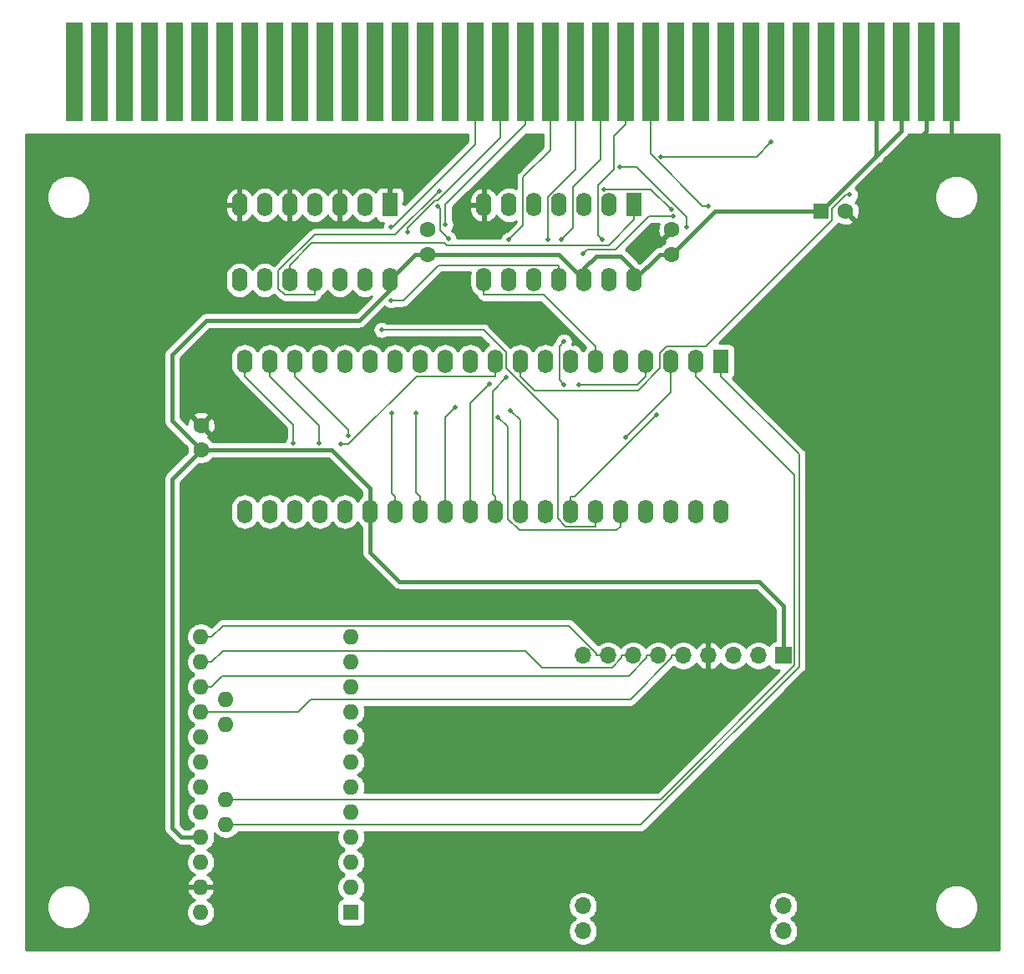
<source format=gtl>
G04 #@! TF.GenerationSoftware,KiCad,Pcbnew,(5.1.9)-1*
G04 #@! TF.CreationDate,2022-08-14T15:09:30+09:00*
G04 #@! TF.ProjectId,PC-8001mk2_SD,50432d38-3030-4316-9d6b-325f53442e6b,rev?*
G04 #@! TF.SameCoordinates,PX53920b0PY93c3260*
G04 #@! TF.FileFunction,Copper,L1,Top*
G04 #@! TF.FilePolarity,Positive*
%FSLAX46Y46*%
G04 Gerber Fmt 4.6, Leading zero omitted, Abs format (unit mm)*
G04 Created by KiCad (PCBNEW (5.1.9)-1) date 2022-08-14 15:09:30*
%MOMM*%
%LPD*%
G01*
G04 APERTURE LIST*
G04 #@! TA.AperFunction,ComponentPad*
%ADD10C,1.600000*%
G04 #@! TD*
G04 #@! TA.AperFunction,ComponentPad*
%ADD11R,1.600000X2.400000*%
G04 #@! TD*
G04 #@! TA.AperFunction,ComponentPad*
%ADD12O,1.600000X2.400000*%
G04 #@! TD*
G04 #@! TA.AperFunction,ComponentPad*
%ADD13R,1.600000X1.600000*%
G04 #@! TD*
G04 #@! TA.AperFunction,ConnectorPad*
%ADD14R,1.780000X10.000000*%
G04 #@! TD*
G04 #@! TA.AperFunction,ComponentPad*
%ADD15R,1.700000X1.700000*%
G04 #@! TD*
G04 #@! TA.AperFunction,ComponentPad*
%ADD16O,1.700000X1.700000*%
G04 #@! TD*
G04 #@! TA.AperFunction,ComponentPad*
%ADD17O,1.600000X1.600000*%
G04 #@! TD*
G04 #@! TA.AperFunction,ViaPad*
%ADD18C,0.500000*%
G04 #@! TD*
G04 #@! TA.AperFunction,Conductor*
%ADD19C,0.400000*%
G04 #@! TD*
G04 #@! TA.AperFunction,Conductor*
%ADD20C,0.200000*%
G04 #@! TD*
G04 #@! TA.AperFunction,Conductor*
%ADD21C,0.254000*%
G04 #@! TD*
G04 #@! TA.AperFunction,Conductor*
%ADD22C,0.100000*%
G04 #@! TD*
G04 APERTURE END LIST*
D10*
X18440000Y51345000D03*
X18440000Y53845000D03*
D11*
X71120000Y60325000D03*
D12*
X22860000Y45085000D03*
X68580000Y60325000D03*
X25400000Y45085000D03*
X66040000Y60325000D03*
X27940000Y45085000D03*
X63500000Y60325000D03*
X30480000Y45085000D03*
X60960000Y60325000D03*
X33020000Y45085000D03*
X58420000Y60325000D03*
X35560000Y45085000D03*
X55880000Y60325000D03*
X38100000Y45085000D03*
X53340000Y60325000D03*
X40640000Y45085000D03*
X50800000Y60325000D03*
X43180000Y45085000D03*
X48260000Y60325000D03*
X45720000Y45085000D03*
X45720000Y60325000D03*
X48260000Y45085000D03*
X43180000Y60325000D03*
X50800000Y45085000D03*
X40640000Y60325000D03*
X53340000Y45085000D03*
X38100000Y60325000D03*
X55880000Y45085000D03*
X35560000Y60325000D03*
X58420000Y45085000D03*
X33020000Y60325000D03*
X60960000Y45085000D03*
X30480000Y60325000D03*
X63500000Y45085000D03*
X27940000Y60325000D03*
X66040000Y45085000D03*
X25400000Y60325000D03*
X68580000Y45085000D03*
X22860000Y60325000D03*
X71120000Y45085000D03*
D13*
X81280000Y75565000D03*
D10*
X83780000Y75565000D03*
X41402000Y73660000D03*
X41402000Y71160000D03*
X66167000Y71160000D03*
X66167000Y73660000D03*
D11*
X62357000Y76200000D03*
D12*
X47117000Y68580000D03*
X59817000Y76200000D03*
X49657000Y68580000D03*
X57277000Y76200000D03*
X52197000Y68580000D03*
X54737000Y76200000D03*
X54737000Y68580000D03*
X52197000Y76200000D03*
X57277000Y68580000D03*
X49657000Y76200000D03*
X59817000Y68580000D03*
X47117000Y76200000D03*
X62357000Y68580000D03*
D14*
X94488000Y89662000D03*
X91948000Y89662000D03*
X89408000Y89662000D03*
X86868000Y89662000D03*
X84328000Y89662000D03*
X81788000Y89662000D03*
X79248000Y89662000D03*
X76708000Y89662000D03*
X74168000Y89662000D03*
X71628000Y89662000D03*
X69088000Y89662000D03*
X66548000Y89662000D03*
X64008000Y89662000D03*
X61468000Y89662000D03*
X58928000Y89662000D03*
X56388000Y89662000D03*
X53848000Y89662000D03*
X51308000Y89662000D03*
X48768000Y89662000D03*
X46228000Y89662000D03*
X43688000Y89662000D03*
X41148000Y89662000D03*
X38608000Y89662000D03*
X36068000Y89662000D03*
X33528000Y89662000D03*
X30988000Y89662000D03*
X28448000Y89662000D03*
X25908000Y89662000D03*
X23368000Y89662000D03*
X20828000Y89662000D03*
X18288000Y89662000D03*
X15748000Y89662000D03*
X13208000Y89662000D03*
X10668000Y89662000D03*
X8128000Y89662000D03*
X5588000Y89662000D03*
D15*
X77470000Y30480000D03*
D16*
X74930000Y30480000D03*
X72390000Y30480000D03*
X69850000Y30480000D03*
X67310000Y30480000D03*
X64770000Y30480000D03*
X62230000Y30480000D03*
X59690000Y30480000D03*
X57150000Y30480000D03*
X57150000Y2540000D03*
X57150000Y5080000D03*
X77470000Y2540000D03*
X77470000Y5080000D03*
D12*
X37592000Y68580000D03*
X22352000Y76200000D03*
X35052000Y68580000D03*
X24892000Y76200000D03*
X32512000Y68580000D03*
X27432000Y76200000D03*
X29972000Y68580000D03*
X29972000Y76200000D03*
X27432000Y68580000D03*
X32512000Y76200000D03*
X24892000Y68580000D03*
X35052000Y76200000D03*
X22352000Y68580000D03*
D11*
X37592000Y76200000D03*
D13*
X33655000Y4445000D03*
D17*
X33655000Y6985000D03*
X33655000Y9525000D03*
X18415000Y32385000D03*
X33655000Y12065000D03*
X18415000Y29845000D03*
X33655000Y14605000D03*
X18415000Y27305000D03*
X33655000Y17145000D03*
X18415000Y24765000D03*
X33655000Y19685000D03*
X18415000Y22225000D03*
X33655000Y22225000D03*
X18415000Y19685000D03*
X33655000Y24765000D03*
X18415000Y17145000D03*
X33655000Y27305000D03*
X18415000Y14605000D03*
X33655000Y29845000D03*
X18415000Y12065000D03*
X33655000Y32385000D03*
X18415000Y9525000D03*
X18415000Y6985000D03*
X18415000Y4445000D03*
X20955000Y13335000D03*
X20955000Y15875000D03*
X20955000Y23495000D03*
X20955000Y26035000D03*
D18*
X86868000Y81153000D03*
X90594500Y82379500D03*
X36738100Y63507100D03*
X64631600Y54871500D03*
X69856500Y76099500D03*
X55202000Y57985000D03*
X55221300Y62335200D03*
X59119200Y72663900D03*
X49829300Y55341300D03*
X54953100Y72663900D03*
X49373600Y58675100D03*
X53574100Y72663900D03*
X47668800Y58036600D03*
X49656000Y72689500D03*
X43209500Y74176300D03*
X44225500Y55697300D03*
X39374800Y73436400D03*
X40204600Y55044000D03*
X37719400Y73989000D03*
X37761900Y55044000D03*
X84207100Y77232300D03*
X57147900Y71278500D03*
X66308400Y75015500D03*
X59253500Y77806200D03*
X66105500Y75728200D03*
X65064900Y81100900D03*
X76200000Y82550000D03*
X42625100Y77611000D03*
X67668000Y73984300D03*
X60908300Y80063800D03*
X48557000Y54652600D03*
X43516600Y72750100D03*
X42392800Y76101200D03*
X37681500Y66510000D03*
X61474800Y52644500D03*
X56760200Y57985000D03*
X32583400Y51930400D03*
X33385200Y52773200D03*
X30433800Y52019500D03*
X27803400Y52008000D03*
D19*
X81280000Y75565000D02*
X86868000Y81153000D01*
X86868000Y85407500D02*
X86868000Y89662000D01*
X18440000Y51345000D02*
X15500000Y48405000D01*
X15500000Y48405000D02*
X15500000Y13000000D01*
X15500000Y13000000D02*
X16435000Y12065000D01*
X16435000Y12065000D02*
X18415000Y12065000D01*
X35560000Y45085000D02*
X35560000Y40940000D01*
X35560000Y40940000D02*
X38500000Y38000000D01*
X38500000Y38000000D02*
X75000000Y38000000D01*
X75000000Y38000000D02*
X77470000Y35530000D01*
X77470000Y35530000D02*
X77470000Y30480000D01*
X18440000Y51345000D02*
X31655000Y51345000D01*
X31655000Y51345000D02*
X35560000Y47440000D01*
X35560000Y47440000D02*
X35560000Y45085000D01*
X37592000Y68580000D02*
X37592000Y67592000D01*
X37592000Y67592000D02*
X34500000Y64500000D01*
X34500000Y64500000D02*
X19000000Y64500000D01*
X19000000Y64500000D02*
X15500000Y61000000D01*
X15500000Y61000000D02*
X15500000Y54285000D01*
X15500000Y54285000D02*
X18440000Y51345000D01*
X41402000Y71160000D02*
X40172000Y71160000D01*
X40172000Y71160000D02*
X37592000Y68580000D01*
X57277000Y68580000D02*
X54697000Y71160000D01*
X54697000Y71160000D02*
X41402000Y71160000D01*
X62357000Y68580000D02*
X62357000Y69643000D01*
X62357000Y69643000D02*
X61000000Y71000000D01*
X61000000Y71000000D02*
X58500000Y71000000D01*
X58500000Y71000000D02*
X57277000Y69777000D01*
X57277000Y69777000D02*
X57277000Y68580000D01*
X66167000Y71160000D02*
X64937000Y71160000D01*
X64937000Y71160000D02*
X62357000Y68580000D01*
X81280000Y75565000D02*
X70572000Y75565000D01*
X70572000Y75565000D02*
X66167000Y71160000D01*
X86868000Y89662000D02*
X86868000Y81153000D01*
X89408000Y83693000D02*
X86868000Y81153000D01*
X89408000Y89662000D02*
X89408000Y83693000D01*
X86868000Y81153000D02*
X86868000Y81153000D01*
X92520000Y89662000D02*
X91948000Y89662000D01*
X91948000Y85217000D02*
X91948000Y89662000D01*
X91948000Y83733000D02*
X90594500Y82379500D01*
X91948000Y89662000D02*
X91948000Y83733000D01*
X94488000Y89662000D02*
X94488000Y83185000D01*
X93682500Y82379500D02*
X90594500Y82379500D01*
X94488000Y83185000D02*
X93682500Y82379500D01*
D20*
X67310000Y30480000D02*
X66159700Y30480000D01*
X18415000Y24765000D02*
X28305900Y24765000D01*
X28305900Y24765000D02*
X29575900Y26035000D01*
X29575900Y26035000D02*
X61953000Y26035000D01*
X61953000Y26035000D02*
X66159700Y30241700D01*
X66159700Y30241700D02*
X66159700Y30480000D01*
X64770000Y30480000D02*
X63619700Y30480000D01*
X18415000Y27305000D02*
X19515300Y27305000D01*
X19515300Y27305000D02*
X20615600Y28405300D01*
X20615600Y28405300D02*
X61783300Y28405300D01*
X61783300Y28405300D02*
X63619700Y30241700D01*
X63619700Y30241700D02*
X63619700Y30480000D01*
X62230000Y30480000D02*
X61079700Y30480000D01*
X18415000Y29845000D02*
X19515300Y29845000D01*
X19515300Y29845000D02*
X20626600Y30956300D01*
X20626600Y30956300D02*
X51296000Y30956300D01*
X51296000Y30956300D02*
X52978800Y29273500D01*
X52978800Y29273500D02*
X60111500Y29273500D01*
X60111500Y29273500D02*
X61079700Y30241700D01*
X61079700Y30241700D02*
X61079700Y30480000D01*
X59690000Y30480000D02*
X58539700Y30480000D01*
X18415000Y32385000D02*
X19515300Y32385000D01*
X19515300Y32385000D02*
X20638500Y33508200D01*
X20638500Y33508200D02*
X55749800Y33508200D01*
X55749800Y33508200D02*
X58539700Y30718300D01*
X58539700Y30718300D02*
X58539700Y30480000D01*
X58420000Y43584700D02*
X55407100Y43584700D01*
X55407100Y43584700D02*
X54610000Y44381800D01*
X54610000Y44381800D02*
X54610000Y54390600D01*
X54610000Y54390600D02*
X49360400Y59640200D01*
X49360400Y59640200D02*
X49360400Y61216700D01*
X49360400Y61216700D02*
X47070000Y63507100D01*
X47070000Y63507100D02*
X36738100Y63507100D01*
X58420000Y45085000D02*
X58420000Y43584700D01*
X64008000Y84361700D02*
X64008000Y81379600D01*
X64008000Y81379600D02*
X69288100Y76099500D01*
X69288100Y76099500D02*
X69856500Y76099500D01*
X64008000Y89662000D02*
X64008000Y84361700D01*
X55880000Y45085000D02*
X55880000Y46585300D01*
X64631600Y54871500D02*
X56345400Y46585300D01*
X56345400Y46585300D02*
X55880000Y46585300D01*
X61468000Y89662000D02*
X61468000Y84361700D01*
X55221300Y62335200D02*
X54751700Y61865600D01*
X54751700Y61865600D02*
X54751700Y58435300D01*
X54751700Y58435300D02*
X55202000Y57985000D01*
X61468000Y84361700D02*
X60277700Y83171400D01*
X60277700Y83171400D02*
X60277700Y79804200D01*
X60277700Y79804200D02*
X58690000Y78216500D01*
X58690000Y78216500D02*
X58690000Y73093100D01*
X58690000Y73093100D02*
X59119200Y72663900D01*
X49829300Y55341300D02*
X50800000Y54370600D01*
X50800000Y54370600D02*
X50800000Y45085000D01*
X58928000Y89662000D02*
X58928000Y80782000D01*
X58928000Y80782000D02*
X56176600Y78030600D01*
X56176600Y78030600D02*
X56176600Y73887400D01*
X56176600Y73887400D02*
X54953100Y72663900D01*
X48260000Y45085000D02*
X48260000Y46585300D01*
X49373600Y58675100D02*
X48002600Y57304100D01*
X48002600Y57304100D02*
X48002600Y46842700D01*
X48002600Y46842700D02*
X48260000Y46585300D01*
X56388000Y89662000D02*
X56388000Y79815000D01*
X56388000Y79815000D02*
X53574100Y77001100D01*
X53574100Y77001100D02*
X53574100Y72663900D01*
X47668800Y58036600D02*
X45720000Y56087800D01*
X45720000Y56087800D02*
X45720000Y46585300D01*
X45720000Y45085000D02*
X45720000Y46585300D01*
X53848000Y89662000D02*
X53848000Y81782100D01*
X53848000Y81782100D02*
X51096600Y79030700D01*
X51096600Y79030700D02*
X51096600Y74130100D01*
X51096600Y74130100D02*
X49656000Y72689500D01*
X43209500Y74176300D02*
X43209500Y76263200D01*
X43209500Y76263200D02*
X51308000Y84361700D01*
X51308000Y89662000D02*
X51308000Y84361700D01*
X43180000Y45085000D02*
X43180000Y54651800D01*
X43180000Y54651800D02*
X44225500Y55697300D01*
X48768000Y84361700D02*
X48768000Y82975600D01*
X48768000Y82975600D02*
X42443900Y76651500D01*
X42443900Y76651500D02*
X42164900Y76651500D01*
X42164900Y76651500D02*
X39374800Y73861400D01*
X39374800Y73861400D02*
X39374800Y73436400D01*
X40640000Y45085000D02*
X40640000Y46585300D01*
X48768000Y89662000D02*
X48768000Y84361700D01*
X40640000Y46585300D02*
X40204600Y47020700D01*
X40204600Y47020700D02*
X40204600Y55044000D01*
X46228000Y89662000D02*
X46228000Y82375900D01*
X46228000Y82375900D02*
X37841100Y73989000D01*
X37841100Y73989000D02*
X37719400Y73989000D01*
X38100000Y45085000D02*
X38100000Y46585300D01*
X38100000Y46585300D02*
X37761900Y46923400D01*
X37761900Y46923400D02*
X37761900Y55044000D01*
X84207100Y77232300D02*
X83793000Y77232300D01*
X83793000Y77232300D02*
X82388400Y75827700D01*
X82388400Y75827700D02*
X82388400Y74635000D01*
X82388400Y74635000D02*
X69578700Y61825300D01*
X69578700Y61825300D02*
X65584200Y61825300D01*
X65584200Y61825300D02*
X64934000Y61175100D01*
X64934000Y61175100D02*
X64934000Y59607900D01*
X64934000Y59607900D02*
X62712000Y57385900D01*
X62712000Y57385900D02*
X52238800Y57385900D01*
X52238800Y57385900D02*
X50800000Y58824700D01*
X50800000Y60325000D02*
X50800000Y58824700D01*
X66308400Y75015500D02*
X63812000Y75015500D01*
X63812000Y75015500D02*
X60493800Y71697300D01*
X60493800Y71697300D02*
X57566700Y71697300D01*
X57566700Y71697300D02*
X57147900Y71278500D01*
X66105500Y75728200D02*
X64027500Y77806200D01*
X64027500Y77806200D02*
X59253500Y77806200D01*
X74612700Y81100900D02*
X65064900Y81100900D01*
X74750900Y81100900D02*
X74612700Y81100900D01*
X76200000Y82550000D02*
X74750900Y81100900D01*
X42625100Y77611000D02*
X42558300Y77611000D01*
X42558300Y77611000D02*
X38142000Y73194700D01*
X38142000Y73194700D02*
X29966500Y73194700D01*
X29966500Y73194700D02*
X26284900Y69513100D01*
X26284900Y69513100D02*
X26284900Y67714200D01*
X26284900Y67714200D02*
X26919400Y67079700D01*
X26919400Y67079700D02*
X29972000Y67079700D01*
X29972000Y68580000D02*
X29972000Y67079700D01*
X67668000Y73984300D02*
X67668000Y74944000D01*
X67668000Y74944000D02*
X62548200Y80063800D01*
X62548200Y80063800D02*
X60908300Y80063800D01*
X60960000Y45085000D02*
X60960000Y43584700D01*
X48557000Y54652600D02*
X49530000Y53679600D01*
X49530000Y53679600D02*
X49530000Y44348100D01*
X49530000Y44348100D02*
X50693800Y43184300D01*
X50693800Y43184300D02*
X60559600Y43184300D01*
X60559600Y43184300D02*
X60960000Y43584700D01*
X42392800Y76101200D02*
X42640800Y75853200D01*
X42640800Y75853200D02*
X42640800Y73625900D01*
X42640800Y73625900D02*
X43516600Y72750100D01*
X54737000Y68580000D02*
X54737000Y70080300D01*
X37681500Y66510000D02*
X38932000Y66510000D01*
X38932000Y66510000D02*
X42502300Y70080300D01*
X42502300Y70080300D02*
X54737000Y70080300D01*
X58420000Y60325000D02*
X58420000Y61825300D01*
X47117000Y68580000D02*
X47117000Y67079700D01*
X47117000Y67079700D02*
X53165600Y67079700D01*
X53165600Y67079700D02*
X58420000Y61825300D01*
X62357000Y76200000D02*
X62357000Y74699700D01*
X27432000Y68580000D02*
X27432000Y70080300D01*
X27432000Y70080300D02*
X29665900Y72314200D01*
X29665900Y72314200D02*
X43108500Y72314200D01*
X43108500Y72314200D02*
X43325000Y72097700D01*
X43325000Y72097700D02*
X59755000Y72097700D01*
X59755000Y72097700D02*
X62357000Y74699700D01*
X71120000Y60325000D02*
X71120000Y58824700D01*
X20955000Y13335000D02*
X63037700Y13335000D01*
X63037700Y13335000D02*
X79050800Y29348100D01*
X79050800Y29348100D02*
X79050800Y50893900D01*
X79050800Y50893900D02*
X71120000Y58824700D01*
X68580000Y60325000D02*
X68580000Y58824700D01*
X20955000Y15875000D02*
X65011500Y15875000D01*
X65011500Y15875000D02*
X78620400Y29483900D01*
X78620400Y29483900D02*
X78620400Y48784300D01*
X78620400Y48784300D02*
X68580000Y58824700D01*
X61474800Y52644500D02*
X66040000Y57209700D01*
X66040000Y57209700D02*
X66040000Y60325000D01*
X63500000Y60325000D02*
X63500000Y58824700D01*
X56760200Y57985000D02*
X62660300Y57985000D01*
X62660300Y57985000D02*
X63500000Y58824700D01*
X48260000Y60325000D02*
X48260000Y58824700D01*
X32583400Y51930400D02*
X33400900Y51930400D01*
X33400900Y51930400D02*
X40295200Y58824700D01*
X40295200Y58824700D02*
X48260000Y58824700D01*
X27940000Y60325000D02*
X27940000Y58824700D01*
X33385200Y52773200D02*
X33385200Y53379500D01*
X33385200Y53379500D02*
X27940000Y58824700D01*
X25400000Y60325000D02*
X25400000Y58824700D01*
X30433800Y52019500D02*
X30433800Y53790900D01*
X30433800Y53790900D02*
X25400000Y58824700D01*
X22860000Y60325000D02*
X22860000Y58824700D01*
X27803400Y52008000D02*
X27803400Y53881300D01*
X27803400Y53881300D02*
X22860000Y58824700D01*
D21*
X45493001Y82680348D02*
X39027000Y76214346D01*
X39027000Y76327002D01*
X38868252Y76327002D01*
X39027000Y76485750D01*
X39030072Y77400000D01*
X39017812Y77524482D01*
X38981502Y77644180D01*
X38922537Y77754494D01*
X38843185Y77851185D01*
X38746494Y77930537D01*
X38636180Y77989502D01*
X38516482Y78025812D01*
X38392000Y78038072D01*
X37877750Y78035000D01*
X37719000Y77876250D01*
X37719000Y76327000D01*
X37739000Y76327000D01*
X37739000Y76073000D01*
X37719000Y76073000D01*
X37719000Y76053000D01*
X37465000Y76053000D01*
X37465000Y76073000D01*
X37445000Y76073000D01*
X37445000Y76327000D01*
X37465000Y76327000D01*
X37465000Y77876250D01*
X37306250Y78035000D01*
X36792000Y78038072D01*
X36667518Y78025812D01*
X36547820Y77989502D01*
X36437506Y77930537D01*
X36340815Y77851185D01*
X36261463Y77754494D01*
X36202498Y77644180D01*
X36166188Y77524482D01*
X36164419Y77506518D01*
X36071608Y77619608D01*
X35853101Y77798932D01*
X35603808Y77932182D01*
X35333309Y78014236D01*
X35052000Y78041943D01*
X34770692Y78014236D01*
X34500193Y77932182D01*
X34250900Y77798932D01*
X34032393Y77619608D01*
X33853068Y77401101D01*
X33784735Y77273259D01*
X33634601Y77502839D01*
X33436895Y77704500D01*
X33203646Y77863715D01*
X32943818Y77974367D01*
X32861039Y77991904D01*
X32639000Y77869915D01*
X32639000Y76327000D01*
X32659000Y76327000D01*
X32659000Y76073000D01*
X32639000Y76073000D01*
X32639000Y74530085D01*
X32861039Y74408096D01*
X32943818Y74425633D01*
X33203646Y74536285D01*
X33436895Y74695500D01*
X33634601Y74897161D01*
X33784735Y75126742D01*
X33853068Y74998900D01*
X34032392Y74780393D01*
X34250899Y74601068D01*
X34500192Y74467818D01*
X34770691Y74385764D01*
X35052000Y74358057D01*
X35333308Y74385764D01*
X35603807Y74467818D01*
X35853100Y74601068D01*
X36071607Y74780392D01*
X36164419Y74893483D01*
X36166188Y74875518D01*
X36202498Y74755820D01*
X36261463Y74645506D01*
X36340815Y74548815D01*
X36437506Y74469463D01*
X36547820Y74410498D01*
X36667518Y74374188D01*
X36792000Y74361928D01*
X36916262Y74362670D01*
X36868410Y74247145D01*
X36834400Y74076165D01*
X36834400Y73929700D01*
X30002605Y73929700D01*
X29966500Y73933256D01*
X29822415Y73919065D01*
X29683866Y73877037D01*
X29598965Y73831656D01*
X29556180Y73808787D01*
X29444262Y73716938D01*
X29421246Y73688893D01*
X25812938Y70080584D01*
X25693101Y70178932D01*
X25443808Y70312182D01*
X25173309Y70394236D01*
X24892000Y70421943D01*
X24610692Y70394236D01*
X24340193Y70312182D01*
X24090900Y70178932D01*
X23872393Y69999608D01*
X23693068Y69781101D01*
X23622000Y69648142D01*
X23550932Y69781101D01*
X23371608Y69999608D01*
X23153101Y70178932D01*
X22903808Y70312182D01*
X22633309Y70394236D01*
X22352000Y70421943D01*
X22070692Y70394236D01*
X21800193Y70312182D01*
X21550900Y70178932D01*
X21332393Y69999608D01*
X21153068Y69781101D01*
X21019818Y69531808D01*
X20937764Y69261309D01*
X20917000Y69050492D01*
X20917000Y68109509D01*
X20937764Y67898692D01*
X21019818Y67628193D01*
X21153068Y67378900D01*
X21332392Y67160393D01*
X21550899Y66981068D01*
X21800192Y66847818D01*
X22070691Y66765764D01*
X22352000Y66738057D01*
X22633308Y66765764D01*
X22903807Y66847818D01*
X23153100Y66981068D01*
X23371607Y67160392D01*
X23550932Y67378899D01*
X23622000Y67511858D01*
X23693068Y67378900D01*
X23872392Y67160393D01*
X24090899Y66981068D01*
X24340192Y66847818D01*
X24610691Y66765764D01*
X24892000Y66738057D01*
X25173308Y66765764D01*
X25443807Y66847818D01*
X25693100Y66981068D01*
X25849902Y67109752D01*
X26374146Y66585507D01*
X26397162Y66557462D01*
X26509080Y66465613D01*
X26636766Y66397363D01*
X26775315Y66355335D01*
X26919400Y66341144D01*
X26955505Y66344700D01*
X29935895Y66344700D01*
X29972000Y66341144D01*
X30008105Y66344700D01*
X30116085Y66355335D01*
X30254633Y66397363D01*
X30382320Y66465613D01*
X30494238Y66557462D01*
X30586087Y66669380D01*
X30654337Y66797067D01*
X30696365Y66935615D01*
X30696826Y66940299D01*
X30773100Y66981068D01*
X30991607Y67160392D01*
X31170932Y67378899D01*
X31242000Y67511858D01*
X31313068Y67378900D01*
X31492392Y67160393D01*
X31710899Y66981068D01*
X31960192Y66847818D01*
X32230691Y66765764D01*
X32512000Y66738057D01*
X32793308Y66765764D01*
X33063807Y66847818D01*
X33313100Y66981068D01*
X33531607Y67160392D01*
X33710932Y67378899D01*
X33782000Y67511858D01*
X33853068Y67378900D01*
X34032392Y67160393D01*
X34250899Y66981068D01*
X34500192Y66847818D01*
X34770691Y66765764D01*
X35052000Y66738057D01*
X35333308Y66765764D01*
X35603807Y66847818D01*
X35739457Y66920324D01*
X34154133Y65335000D01*
X19041007Y65335000D01*
X18999999Y65339039D01*
X18958991Y65335000D01*
X18958981Y65335000D01*
X18836311Y65322918D01*
X18678913Y65275172D01*
X18533854Y65197636D01*
X18406709Y65093291D01*
X18380561Y65061429D01*
X14938579Y61619446D01*
X14906709Y61593291D01*
X14802365Y61466146D01*
X14802364Y61466145D01*
X14724828Y61321086D01*
X14677082Y61163688D01*
X14660960Y61000000D01*
X14665000Y60958981D01*
X14665001Y54326028D01*
X14660960Y54285000D01*
X14677082Y54121312D01*
X14724828Y53963914D01*
X14799783Y53823684D01*
X14802365Y53818854D01*
X14906710Y53691709D01*
X14938574Y53665559D01*
X17023714Y51580417D01*
X17005000Y51486335D01*
X17005000Y51203665D01*
X17023714Y51109583D01*
X14938579Y49024446D01*
X14906709Y48998291D01*
X14802365Y48871146D01*
X14802364Y48871145D01*
X14724828Y48726086D01*
X14677082Y48568688D01*
X14660960Y48405000D01*
X14665000Y48363982D01*
X14665001Y13041029D01*
X14660960Y13000000D01*
X14677082Y12836312D01*
X14724828Y12678914D01*
X14802364Y12533855D01*
X14802365Y12533854D01*
X14906710Y12406709D01*
X14938574Y12380559D01*
X15815563Y11503568D01*
X15841709Y11471709D01*
X15968854Y11367364D01*
X16113913Y11289828D01*
X16271311Y11242082D01*
X16393981Y11230000D01*
X16393982Y11230000D01*
X16435000Y11225960D01*
X16476018Y11230000D01*
X17247070Y11230000D01*
X17300363Y11150241D01*
X17500241Y10950363D01*
X17732759Y10795000D01*
X17500241Y10639637D01*
X17300363Y10439759D01*
X17143320Y10204727D01*
X17035147Y9943574D01*
X16980000Y9666335D01*
X16980000Y9383665D01*
X17035147Y9106426D01*
X17143320Y8845273D01*
X17300363Y8610241D01*
X17500241Y8410363D01*
X17735273Y8253320D01*
X17745865Y8248933D01*
X17559869Y8137385D01*
X17351481Y7948414D01*
X17183963Y7722420D01*
X17063754Y7468087D01*
X17023096Y7334039D01*
X17145085Y7112000D01*
X18288000Y7112000D01*
X18288000Y7132000D01*
X18542000Y7132000D01*
X18542000Y7112000D01*
X19684915Y7112000D01*
X19806904Y7334039D01*
X19766246Y7468087D01*
X19646037Y7722420D01*
X19478519Y7948414D01*
X19270131Y8137385D01*
X19084135Y8248933D01*
X19094727Y8253320D01*
X19329759Y8410363D01*
X19529637Y8610241D01*
X19686680Y8845273D01*
X19794853Y9106426D01*
X19850000Y9383665D01*
X19850000Y9666335D01*
X19794853Y9943574D01*
X19686680Y10204727D01*
X19529637Y10439759D01*
X19329759Y10639637D01*
X19097241Y10795000D01*
X19329759Y10950363D01*
X19529637Y11150241D01*
X19686680Y11385273D01*
X19794853Y11646426D01*
X19850000Y11923665D01*
X19850000Y12206335D01*
X19794853Y12483574D01*
X19789646Y12496144D01*
X19840363Y12420241D01*
X20040241Y12220363D01*
X20275273Y12063320D01*
X20536426Y11955147D01*
X20813665Y11900000D01*
X21096335Y11900000D01*
X21373574Y11955147D01*
X21634727Y12063320D01*
X21869759Y12220363D01*
X22069637Y12420241D01*
X22189748Y12600000D01*
X32323372Y12600000D01*
X32275147Y12483574D01*
X32220000Y12206335D01*
X32220000Y11923665D01*
X32275147Y11646426D01*
X32383320Y11385273D01*
X32540363Y11150241D01*
X32740241Y10950363D01*
X32972759Y10795000D01*
X32740241Y10639637D01*
X32540363Y10439759D01*
X32383320Y10204727D01*
X32275147Y9943574D01*
X32220000Y9666335D01*
X32220000Y9383665D01*
X32275147Y9106426D01*
X32383320Y8845273D01*
X32540363Y8610241D01*
X32740241Y8410363D01*
X32972759Y8255000D01*
X32740241Y8099637D01*
X32540363Y7899759D01*
X32383320Y7664727D01*
X32275147Y7403574D01*
X32220000Y7126335D01*
X32220000Y6843665D01*
X32275147Y6566426D01*
X32383320Y6305273D01*
X32540363Y6070241D01*
X32738961Y5871643D01*
X32730518Y5870812D01*
X32610820Y5834502D01*
X32500506Y5775537D01*
X32403815Y5696185D01*
X32324463Y5599494D01*
X32265498Y5489180D01*
X32229188Y5369482D01*
X32216928Y5245000D01*
X32216928Y3645000D01*
X32229188Y3520518D01*
X32265498Y3400820D01*
X32324463Y3290506D01*
X32403815Y3193815D01*
X32500506Y3114463D01*
X32610820Y3055498D01*
X32730518Y3019188D01*
X32855000Y3006928D01*
X34455000Y3006928D01*
X34579482Y3019188D01*
X34699180Y3055498D01*
X34809494Y3114463D01*
X34906185Y3193815D01*
X34985537Y3290506D01*
X35044502Y3400820D01*
X35080812Y3520518D01*
X35093072Y3645000D01*
X35093072Y5226260D01*
X55665000Y5226260D01*
X55665000Y4933740D01*
X55722068Y4646842D01*
X55834010Y4376589D01*
X55996525Y4133368D01*
X56203368Y3926525D01*
X56377760Y3810000D01*
X56203368Y3693475D01*
X55996525Y3486632D01*
X55834010Y3243411D01*
X55722068Y2973158D01*
X55665000Y2686260D01*
X55665000Y2393740D01*
X55722068Y2106842D01*
X55834010Y1836589D01*
X55996525Y1593368D01*
X56203368Y1386525D01*
X56446589Y1224010D01*
X56716842Y1112068D01*
X57003740Y1055000D01*
X57296260Y1055000D01*
X57583158Y1112068D01*
X57853411Y1224010D01*
X58096632Y1386525D01*
X58303475Y1593368D01*
X58465990Y1836589D01*
X58577932Y2106842D01*
X58635000Y2393740D01*
X58635000Y2686260D01*
X58577932Y2973158D01*
X58465990Y3243411D01*
X58303475Y3486632D01*
X58096632Y3693475D01*
X57922240Y3810000D01*
X58096632Y3926525D01*
X58303475Y4133368D01*
X58465990Y4376589D01*
X58577932Y4646842D01*
X58635000Y4933740D01*
X58635000Y5226260D01*
X75985000Y5226260D01*
X75985000Y4933740D01*
X76042068Y4646842D01*
X76154010Y4376589D01*
X76316525Y4133368D01*
X76523368Y3926525D01*
X76697760Y3810000D01*
X76523368Y3693475D01*
X76316525Y3486632D01*
X76154010Y3243411D01*
X76042068Y2973158D01*
X75985000Y2686260D01*
X75985000Y2393740D01*
X76042068Y2106842D01*
X76154010Y1836589D01*
X76316525Y1593368D01*
X76523368Y1386525D01*
X76766589Y1224010D01*
X77036842Y1112068D01*
X77323740Y1055000D01*
X77616260Y1055000D01*
X77903158Y1112068D01*
X78173411Y1224010D01*
X78416632Y1386525D01*
X78623475Y1593368D01*
X78785990Y1836589D01*
X78897932Y2106842D01*
X78955000Y2393740D01*
X78955000Y2686260D01*
X78897932Y2973158D01*
X78785990Y3243411D01*
X78623475Y3486632D01*
X78416632Y3693475D01*
X78242240Y3810000D01*
X78416632Y3926525D01*
X78623475Y4133368D01*
X78785990Y4376589D01*
X78897932Y4646842D01*
X78955000Y4933740D01*
X78955000Y5220128D01*
X92765000Y5220128D01*
X92765000Y4779872D01*
X92850890Y4348075D01*
X93019369Y3941331D01*
X93263962Y3575271D01*
X93575271Y3263962D01*
X93941331Y3019369D01*
X94348075Y2850890D01*
X94779872Y2765000D01*
X95220128Y2765000D01*
X95651925Y2850890D01*
X96058669Y3019369D01*
X96424729Y3263962D01*
X96736038Y3575271D01*
X96980631Y3941331D01*
X97149110Y4348075D01*
X97235000Y4779872D01*
X97235000Y5220128D01*
X97149110Y5651925D01*
X96980631Y6058669D01*
X96736038Y6424729D01*
X96424729Y6736038D01*
X96058669Y6980631D01*
X95651925Y7149110D01*
X95220128Y7235000D01*
X94779872Y7235000D01*
X94348075Y7149110D01*
X93941331Y6980631D01*
X93575271Y6736038D01*
X93263962Y6424729D01*
X93019369Y6058669D01*
X92850890Y5651925D01*
X92765000Y5220128D01*
X78955000Y5220128D01*
X78955000Y5226260D01*
X78897932Y5513158D01*
X78785990Y5783411D01*
X78623475Y6026632D01*
X78416632Y6233475D01*
X78173411Y6395990D01*
X77903158Y6507932D01*
X77616260Y6565000D01*
X77323740Y6565000D01*
X77036842Y6507932D01*
X76766589Y6395990D01*
X76523368Y6233475D01*
X76316525Y6026632D01*
X76154010Y5783411D01*
X76042068Y5513158D01*
X75985000Y5226260D01*
X58635000Y5226260D01*
X58577932Y5513158D01*
X58465990Y5783411D01*
X58303475Y6026632D01*
X58096632Y6233475D01*
X57853411Y6395990D01*
X57583158Y6507932D01*
X57296260Y6565000D01*
X57003740Y6565000D01*
X56716842Y6507932D01*
X56446589Y6395990D01*
X56203368Y6233475D01*
X55996525Y6026632D01*
X55834010Y5783411D01*
X55722068Y5513158D01*
X55665000Y5226260D01*
X35093072Y5226260D01*
X35093072Y5245000D01*
X35080812Y5369482D01*
X35044502Y5489180D01*
X34985537Y5599494D01*
X34906185Y5696185D01*
X34809494Y5775537D01*
X34699180Y5834502D01*
X34579482Y5870812D01*
X34571039Y5871643D01*
X34769637Y6070241D01*
X34926680Y6305273D01*
X35034853Y6566426D01*
X35090000Y6843665D01*
X35090000Y7126335D01*
X35034853Y7403574D01*
X34926680Y7664727D01*
X34769637Y7899759D01*
X34569759Y8099637D01*
X34337241Y8255000D01*
X34569759Y8410363D01*
X34769637Y8610241D01*
X34926680Y8845273D01*
X35034853Y9106426D01*
X35090000Y9383665D01*
X35090000Y9666335D01*
X35034853Y9943574D01*
X34926680Y10204727D01*
X34769637Y10439759D01*
X34569759Y10639637D01*
X34337241Y10795000D01*
X34569759Y10950363D01*
X34769637Y11150241D01*
X34926680Y11385273D01*
X35034853Y11646426D01*
X35090000Y11923665D01*
X35090000Y12206335D01*
X35034853Y12483574D01*
X34986628Y12600000D01*
X63001595Y12600000D01*
X63037700Y12596444D01*
X63073805Y12600000D01*
X63181785Y12610635D01*
X63320333Y12652663D01*
X63448020Y12720913D01*
X63559938Y12812762D01*
X63582959Y12840813D01*
X79544998Y28802851D01*
X79573037Y28825862D01*
X79596050Y28853903D01*
X79596053Y28853906D01*
X79664886Y28937779D01*
X79664887Y28937780D01*
X79733137Y29065467D01*
X79775165Y29204015D01*
X79785800Y29311995D01*
X79785800Y29312004D01*
X79789355Y29348099D01*
X79785800Y29384194D01*
X79785800Y50857795D01*
X79789356Y50893900D01*
X79775165Y51037985D01*
X79749376Y51123000D01*
X79733137Y51176533D01*
X79664887Y51304220D01*
X79573038Y51416138D01*
X79544993Y51439154D01*
X72337761Y58646385D01*
X72371185Y58673815D01*
X72450537Y58770506D01*
X72509502Y58880820D01*
X72545812Y59000518D01*
X72558072Y59125000D01*
X72558072Y61525000D01*
X72545812Y61649482D01*
X72509502Y61769180D01*
X72450537Y61879494D01*
X72371185Y61976185D01*
X72274494Y62055537D01*
X72164180Y62114502D01*
X72044482Y62150812D01*
X71920000Y62163072D01*
X70955918Y62163072D01*
X82882593Y74089746D01*
X82910638Y74112762D01*
X83002487Y74224680D01*
X83053972Y74321002D01*
X83293996Y74207429D01*
X83568184Y74138700D01*
X83850512Y74124783D01*
X84130130Y74166213D01*
X84396292Y74261397D01*
X84521514Y74328329D01*
X84593097Y74572298D01*
X83780000Y75385395D01*
X83765858Y75371252D01*
X83586253Y75550857D01*
X83600395Y75565000D01*
X83586253Y75579142D01*
X83765858Y75758747D01*
X83780000Y75744605D01*
X83794143Y75758747D01*
X83973748Y75579142D01*
X83959605Y75565000D01*
X84772702Y74751903D01*
X85016671Y74823486D01*
X85137571Y75078996D01*
X85206300Y75353184D01*
X85220217Y75635512D01*
X85178787Y75915130D01*
X85083603Y76181292D01*
X85016671Y76306514D01*
X84772704Y76378097D01*
X84888977Y76494370D01*
X84804863Y76578484D01*
X84894524Y76668145D01*
X84991377Y76813095D01*
X85058090Y76974155D01*
X85092100Y77145135D01*
X85092100Y77220128D01*
X92765000Y77220128D01*
X92765000Y76779872D01*
X92850890Y76348075D01*
X93019369Y75941331D01*
X93263962Y75575271D01*
X93575271Y75263962D01*
X93941331Y75019369D01*
X94348075Y74850890D01*
X94779872Y74765000D01*
X95220128Y74765000D01*
X95651925Y74850890D01*
X96058669Y75019369D01*
X96424729Y75263962D01*
X96736038Y75575271D01*
X96980631Y75941331D01*
X97149110Y76348075D01*
X97235000Y76779872D01*
X97235000Y77220128D01*
X97149110Y77651925D01*
X96980631Y78058669D01*
X96736038Y78424729D01*
X96424729Y78736038D01*
X96058669Y78980631D01*
X95651925Y79149110D01*
X95220128Y79235000D01*
X94779872Y79235000D01*
X94348075Y79149110D01*
X93941331Y78980631D01*
X93575271Y78736038D01*
X93263962Y78424729D01*
X93019369Y78058669D01*
X92850890Y77651925D01*
X92765000Y77220128D01*
X85092100Y77220128D01*
X85092100Y77319465D01*
X85058090Y77490445D01*
X84991377Y77651505D01*
X84894524Y77796455D01*
X84793423Y77897556D01*
X87248601Y80352733D01*
X87287205Y80368723D01*
X87432155Y80465576D01*
X87555424Y80588845D01*
X87652277Y80733795D01*
X87668268Y80772401D01*
X89969427Y83073559D01*
X90001291Y83099709D01*
X90105636Y83226854D01*
X90183172Y83371913D01*
X90183502Y83373000D01*
X99289001Y83373000D01*
X99289000Y660000D01*
X660000Y660000D01*
X660000Y5220128D01*
X2765000Y5220128D01*
X2765000Y4779872D01*
X2850890Y4348075D01*
X3019369Y3941331D01*
X3263962Y3575271D01*
X3575271Y3263962D01*
X3941331Y3019369D01*
X4348075Y2850890D01*
X4779872Y2765000D01*
X5220128Y2765000D01*
X5651925Y2850890D01*
X6058669Y3019369D01*
X6424729Y3263962D01*
X6736038Y3575271D01*
X6980631Y3941331D01*
X7149110Y4348075D01*
X7196502Y4586335D01*
X16980000Y4586335D01*
X16980000Y4303665D01*
X17035147Y4026426D01*
X17143320Y3765273D01*
X17300363Y3530241D01*
X17500241Y3330363D01*
X17735273Y3173320D01*
X17996426Y3065147D01*
X18273665Y3010000D01*
X18556335Y3010000D01*
X18833574Y3065147D01*
X19094727Y3173320D01*
X19329759Y3330363D01*
X19529637Y3530241D01*
X19686680Y3765273D01*
X19794853Y4026426D01*
X19850000Y4303665D01*
X19850000Y4586335D01*
X19794853Y4863574D01*
X19686680Y5124727D01*
X19529637Y5359759D01*
X19329759Y5559637D01*
X19094727Y5716680D01*
X19084135Y5721067D01*
X19270131Y5832615D01*
X19478519Y6021586D01*
X19646037Y6247580D01*
X19766246Y6501913D01*
X19806904Y6635961D01*
X19684915Y6858000D01*
X18542000Y6858000D01*
X18542000Y6838000D01*
X18288000Y6838000D01*
X18288000Y6858000D01*
X17145085Y6858000D01*
X17023096Y6635961D01*
X17063754Y6501913D01*
X17183963Y6247580D01*
X17351481Y6021586D01*
X17559869Y5832615D01*
X17745865Y5721067D01*
X17735273Y5716680D01*
X17500241Y5559637D01*
X17300363Y5359759D01*
X17143320Y5124727D01*
X17035147Y4863574D01*
X16980000Y4586335D01*
X7196502Y4586335D01*
X7235000Y4779872D01*
X7235000Y5220128D01*
X7149110Y5651925D01*
X6980631Y6058669D01*
X6736038Y6424729D01*
X6424729Y6736038D01*
X6058669Y6980631D01*
X5651925Y7149110D01*
X5220128Y7235000D01*
X4779872Y7235000D01*
X4348075Y7149110D01*
X3941331Y6980631D01*
X3575271Y6736038D01*
X3263962Y6424729D01*
X3019369Y6058669D01*
X2850890Y5651925D01*
X2765000Y5220128D01*
X660000Y5220128D01*
X660000Y77220128D01*
X2765000Y77220128D01*
X2765000Y76779872D01*
X2850890Y76348075D01*
X3019369Y75941331D01*
X3263962Y75575271D01*
X3575271Y75263962D01*
X3941331Y75019369D01*
X4348075Y74850890D01*
X4779872Y74765000D01*
X5220128Y74765000D01*
X5651925Y74850890D01*
X6058669Y75019369D01*
X6424729Y75263962D01*
X6736038Y75575271D01*
X6980631Y75941331D01*
X7035170Y76073000D01*
X20917000Y76073000D01*
X20917000Y75673000D01*
X20969350Y75395486D01*
X21074834Y75133517D01*
X21229399Y74897161D01*
X21427105Y74695500D01*
X21660354Y74536285D01*
X21920182Y74425633D01*
X22002961Y74408096D01*
X22225000Y74530085D01*
X22225000Y76073000D01*
X20917000Y76073000D01*
X7035170Y76073000D01*
X7149110Y76348075D01*
X7224483Y76727000D01*
X20917000Y76727000D01*
X20917000Y76327000D01*
X22225000Y76327000D01*
X22225000Y77869915D01*
X22479000Y77869915D01*
X22479000Y76327000D01*
X22499000Y76327000D01*
X22499000Y76073000D01*
X22479000Y76073000D01*
X22479000Y74530085D01*
X22701039Y74408096D01*
X22783818Y74425633D01*
X23043646Y74536285D01*
X23276895Y74695500D01*
X23474601Y74897161D01*
X23624735Y75126742D01*
X23693068Y74998900D01*
X23872392Y74780393D01*
X24090899Y74601068D01*
X24340192Y74467818D01*
X24610691Y74385764D01*
X24892000Y74358057D01*
X25173308Y74385764D01*
X25443807Y74467818D01*
X25693100Y74601068D01*
X25911607Y74780392D01*
X26090932Y74998899D01*
X26159265Y75126741D01*
X26309399Y74897161D01*
X26507105Y74695500D01*
X26740354Y74536285D01*
X27000182Y74425633D01*
X27082961Y74408096D01*
X27305000Y74530085D01*
X27305000Y76073000D01*
X27285000Y76073000D01*
X27285000Y76327000D01*
X27305000Y76327000D01*
X27305000Y77869915D01*
X27559000Y77869915D01*
X27559000Y76327000D01*
X27579000Y76327000D01*
X27579000Y76073000D01*
X27559000Y76073000D01*
X27559000Y74530085D01*
X27781039Y74408096D01*
X27863818Y74425633D01*
X28123646Y74536285D01*
X28356895Y74695500D01*
X28554601Y74897161D01*
X28704735Y75126742D01*
X28773068Y74998900D01*
X28952392Y74780393D01*
X29170899Y74601068D01*
X29420192Y74467818D01*
X29690691Y74385764D01*
X29972000Y74358057D01*
X30253308Y74385764D01*
X30523807Y74467818D01*
X30773100Y74601068D01*
X30991607Y74780392D01*
X31170932Y74998899D01*
X31239265Y75126741D01*
X31389399Y74897161D01*
X31587105Y74695500D01*
X31820354Y74536285D01*
X32080182Y74425633D01*
X32162961Y74408096D01*
X32385000Y74530085D01*
X32385000Y76073000D01*
X32365000Y76073000D01*
X32365000Y76327000D01*
X32385000Y76327000D01*
X32385000Y77869915D01*
X32162961Y77991904D01*
X32080182Y77974367D01*
X31820354Y77863715D01*
X31587105Y77704500D01*
X31389399Y77502839D01*
X31239265Y77273259D01*
X31170932Y77401101D01*
X30991608Y77619608D01*
X30773101Y77798932D01*
X30523808Y77932182D01*
X30253309Y78014236D01*
X29972000Y78041943D01*
X29690692Y78014236D01*
X29420193Y77932182D01*
X29170900Y77798932D01*
X28952393Y77619608D01*
X28773068Y77401101D01*
X28704735Y77273259D01*
X28554601Y77502839D01*
X28356895Y77704500D01*
X28123646Y77863715D01*
X27863818Y77974367D01*
X27781039Y77991904D01*
X27559000Y77869915D01*
X27305000Y77869915D01*
X27082961Y77991904D01*
X27000182Y77974367D01*
X26740354Y77863715D01*
X26507105Y77704500D01*
X26309399Y77502839D01*
X26159265Y77273259D01*
X26090932Y77401101D01*
X25911608Y77619608D01*
X25693101Y77798932D01*
X25443808Y77932182D01*
X25173309Y78014236D01*
X24892000Y78041943D01*
X24610692Y78014236D01*
X24340193Y77932182D01*
X24090900Y77798932D01*
X23872393Y77619608D01*
X23693068Y77401101D01*
X23624735Y77273259D01*
X23474601Y77502839D01*
X23276895Y77704500D01*
X23043646Y77863715D01*
X22783818Y77974367D01*
X22701039Y77991904D01*
X22479000Y77869915D01*
X22225000Y77869915D01*
X22002961Y77991904D01*
X21920182Y77974367D01*
X21660354Y77863715D01*
X21427105Y77704500D01*
X21229399Y77502839D01*
X21074834Y77266483D01*
X20969350Y77004514D01*
X20917000Y76727000D01*
X7224483Y76727000D01*
X7235000Y76779872D01*
X7235000Y77220128D01*
X7149110Y77651925D01*
X6980631Y78058669D01*
X6736038Y78424729D01*
X6424729Y78736038D01*
X6058669Y78980631D01*
X5651925Y79149110D01*
X5220128Y79235000D01*
X4779872Y79235000D01*
X4348075Y79149110D01*
X3941331Y78980631D01*
X3575271Y78736038D01*
X3263962Y78424729D01*
X3019369Y78058669D01*
X2850890Y77651925D01*
X2765000Y77220128D01*
X660000Y77220128D01*
X660000Y83373000D01*
X45493001Y83373000D01*
X45493001Y82680348D01*
G04 #@! TA.AperFunction,Conductor*
D22*
G36*
X45493001Y82680348D02*
G01*
X39027000Y76214346D01*
X39027000Y76327002D01*
X38868252Y76327002D01*
X39027000Y76485750D01*
X39030072Y77400000D01*
X39017812Y77524482D01*
X38981502Y77644180D01*
X38922537Y77754494D01*
X38843185Y77851185D01*
X38746494Y77930537D01*
X38636180Y77989502D01*
X38516482Y78025812D01*
X38392000Y78038072D01*
X37877750Y78035000D01*
X37719000Y77876250D01*
X37719000Y76327000D01*
X37739000Y76327000D01*
X37739000Y76073000D01*
X37719000Y76073000D01*
X37719000Y76053000D01*
X37465000Y76053000D01*
X37465000Y76073000D01*
X37445000Y76073000D01*
X37445000Y76327000D01*
X37465000Y76327000D01*
X37465000Y77876250D01*
X37306250Y78035000D01*
X36792000Y78038072D01*
X36667518Y78025812D01*
X36547820Y77989502D01*
X36437506Y77930537D01*
X36340815Y77851185D01*
X36261463Y77754494D01*
X36202498Y77644180D01*
X36166188Y77524482D01*
X36164419Y77506518D01*
X36071608Y77619608D01*
X35853101Y77798932D01*
X35603808Y77932182D01*
X35333309Y78014236D01*
X35052000Y78041943D01*
X34770692Y78014236D01*
X34500193Y77932182D01*
X34250900Y77798932D01*
X34032393Y77619608D01*
X33853068Y77401101D01*
X33784735Y77273259D01*
X33634601Y77502839D01*
X33436895Y77704500D01*
X33203646Y77863715D01*
X32943818Y77974367D01*
X32861039Y77991904D01*
X32639000Y77869915D01*
X32639000Y76327000D01*
X32659000Y76327000D01*
X32659000Y76073000D01*
X32639000Y76073000D01*
X32639000Y74530085D01*
X32861039Y74408096D01*
X32943818Y74425633D01*
X33203646Y74536285D01*
X33436895Y74695500D01*
X33634601Y74897161D01*
X33784735Y75126742D01*
X33853068Y74998900D01*
X34032392Y74780393D01*
X34250899Y74601068D01*
X34500192Y74467818D01*
X34770691Y74385764D01*
X35052000Y74358057D01*
X35333308Y74385764D01*
X35603807Y74467818D01*
X35853100Y74601068D01*
X36071607Y74780392D01*
X36164419Y74893483D01*
X36166188Y74875518D01*
X36202498Y74755820D01*
X36261463Y74645506D01*
X36340815Y74548815D01*
X36437506Y74469463D01*
X36547820Y74410498D01*
X36667518Y74374188D01*
X36792000Y74361928D01*
X36916262Y74362670D01*
X36868410Y74247145D01*
X36834400Y74076165D01*
X36834400Y73929700D01*
X30002605Y73929700D01*
X29966500Y73933256D01*
X29822415Y73919065D01*
X29683866Y73877037D01*
X29598965Y73831656D01*
X29556180Y73808787D01*
X29444262Y73716938D01*
X29421246Y73688893D01*
X25812938Y70080584D01*
X25693101Y70178932D01*
X25443808Y70312182D01*
X25173309Y70394236D01*
X24892000Y70421943D01*
X24610692Y70394236D01*
X24340193Y70312182D01*
X24090900Y70178932D01*
X23872393Y69999608D01*
X23693068Y69781101D01*
X23622000Y69648142D01*
X23550932Y69781101D01*
X23371608Y69999608D01*
X23153101Y70178932D01*
X22903808Y70312182D01*
X22633309Y70394236D01*
X22352000Y70421943D01*
X22070692Y70394236D01*
X21800193Y70312182D01*
X21550900Y70178932D01*
X21332393Y69999608D01*
X21153068Y69781101D01*
X21019818Y69531808D01*
X20937764Y69261309D01*
X20917000Y69050492D01*
X20917000Y68109509D01*
X20937764Y67898692D01*
X21019818Y67628193D01*
X21153068Y67378900D01*
X21332392Y67160393D01*
X21550899Y66981068D01*
X21800192Y66847818D01*
X22070691Y66765764D01*
X22352000Y66738057D01*
X22633308Y66765764D01*
X22903807Y66847818D01*
X23153100Y66981068D01*
X23371607Y67160392D01*
X23550932Y67378899D01*
X23622000Y67511858D01*
X23693068Y67378900D01*
X23872392Y67160393D01*
X24090899Y66981068D01*
X24340192Y66847818D01*
X24610691Y66765764D01*
X24892000Y66738057D01*
X25173308Y66765764D01*
X25443807Y66847818D01*
X25693100Y66981068D01*
X25849902Y67109752D01*
X26374146Y66585507D01*
X26397162Y66557462D01*
X26509080Y66465613D01*
X26636766Y66397363D01*
X26775315Y66355335D01*
X26919400Y66341144D01*
X26955505Y66344700D01*
X29935895Y66344700D01*
X29972000Y66341144D01*
X30008105Y66344700D01*
X30116085Y66355335D01*
X30254633Y66397363D01*
X30382320Y66465613D01*
X30494238Y66557462D01*
X30586087Y66669380D01*
X30654337Y66797067D01*
X30696365Y66935615D01*
X30696826Y66940299D01*
X30773100Y66981068D01*
X30991607Y67160392D01*
X31170932Y67378899D01*
X31242000Y67511858D01*
X31313068Y67378900D01*
X31492392Y67160393D01*
X31710899Y66981068D01*
X31960192Y66847818D01*
X32230691Y66765764D01*
X32512000Y66738057D01*
X32793308Y66765764D01*
X33063807Y66847818D01*
X33313100Y66981068D01*
X33531607Y67160392D01*
X33710932Y67378899D01*
X33782000Y67511858D01*
X33853068Y67378900D01*
X34032392Y67160393D01*
X34250899Y66981068D01*
X34500192Y66847818D01*
X34770691Y66765764D01*
X35052000Y66738057D01*
X35333308Y66765764D01*
X35603807Y66847818D01*
X35739457Y66920324D01*
X34154133Y65335000D01*
X19041007Y65335000D01*
X18999999Y65339039D01*
X18958991Y65335000D01*
X18958981Y65335000D01*
X18836311Y65322918D01*
X18678913Y65275172D01*
X18533854Y65197636D01*
X18406709Y65093291D01*
X18380561Y65061429D01*
X14938579Y61619446D01*
X14906709Y61593291D01*
X14802365Y61466146D01*
X14802364Y61466145D01*
X14724828Y61321086D01*
X14677082Y61163688D01*
X14660960Y61000000D01*
X14665000Y60958981D01*
X14665001Y54326028D01*
X14660960Y54285000D01*
X14677082Y54121312D01*
X14724828Y53963914D01*
X14799783Y53823684D01*
X14802365Y53818854D01*
X14906710Y53691709D01*
X14938574Y53665559D01*
X17023714Y51580417D01*
X17005000Y51486335D01*
X17005000Y51203665D01*
X17023714Y51109583D01*
X14938579Y49024446D01*
X14906709Y48998291D01*
X14802365Y48871146D01*
X14802364Y48871145D01*
X14724828Y48726086D01*
X14677082Y48568688D01*
X14660960Y48405000D01*
X14665000Y48363982D01*
X14665001Y13041029D01*
X14660960Y13000000D01*
X14677082Y12836312D01*
X14724828Y12678914D01*
X14802364Y12533855D01*
X14802365Y12533854D01*
X14906710Y12406709D01*
X14938574Y12380559D01*
X15815563Y11503568D01*
X15841709Y11471709D01*
X15968854Y11367364D01*
X16113913Y11289828D01*
X16271311Y11242082D01*
X16393981Y11230000D01*
X16393982Y11230000D01*
X16435000Y11225960D01*
X16476018Y11230000D01*
X17247070Y11230000D01*
X17300363Y11150241D01*
X17500241Y10950363D01*
X17732759Y10795000D01*
X17500241Y10639637D01*
X17300363Y10439759D01*
X17143320Y10204727D01*
X17035147Y9943574D01*
X16980000Y9666335D01*
X16980000Y9383665D01*
X17035147Y9106426D01*
X17143320Y8845273D01*
X17300363Y8610241D01*
X17500241Y8410363D01*
X17735273Y8253320D01*
X17745865Y8248933D01*
X17559869Y8137385D01*
X17351481Y7948414D01*
X17183963Y7722420D01*
X17063754Y7468087D01*
X17023096Y7334039D01*
X17145085Y7112000D01*
X18288000Y7112000D01*
X18288000Y7132000D01*
X18542000Y7132000D01*
X18542000Y7112000D01*
X19684915Y7112000D01*
X19806904Y7334039D01*
X19766246Y7468087D01*
X19646037Y7722420D01*
X19478519Y7948414D01*
X19270131Y8137385D01*
X19084135Y8248933D01*
X19094727Y8253320D01*
X19329759Y8410363D01*
X19529637Y8610241D01*
X19686680Y8845273D01*
X19794853Y9106426D01*
X19850000Y9383665D01*
X19850000Y9666335D01*
X19794853Y9943574D01*
X19686680Y10204727D01*
X19529637Y10439759D01*
X19329759Y10639637D01*
X19097241Y10795000D01*
X19329759Y10950363D01*
X19529637Y11150241D01*
X19686680Y11385273D01*
X19794853Y11646426D01*
X19850000Y11923665D01*
X19850000Y12206335D01*
X19794853Y12483574D01*
X19789646Y12496144D01*
X19840363Y12420241D01*
X20040241Y12220363D01*
X20275273Y12063320D01*
X20536426Y11955147D01*
X20813665Y11900000D01*
X21096335Y11900000D01*
X21373574Y11955147D01*
X21634727Y12063320D01*
X21869759Y12220363D01*
X22069637Y12420241D01*
X22189748Y12600000D01*
X32323372Y12600000D01*
X32275147Y12483574D01*
X32220000Y12206335D01*
X32220000Y11923665D01*
X32275147Y11646426D01*
X32383320Y11385273D01*
X32540363Y11150241D01*
X32740241Y10950363D01*
X32972759Y10795000D01*
X32740241Y10639637D01*
X32540363Y10439759D01*
X32383320Y10204727D01*
X32275147Y9943574D01*
X32220000Y9666335D01*
X32220000Y9383665D01*
X32275147Y9106426D01*
X32383320Y8845273D01*
X32540363Y8610241D01*
X32740241Y8410363D01*
X32972759Y8255000D01*
X32740241Y8099637D01*
X32540363Y7899759D01*
X32383320Y7664727D01*
X32275147Y7403574D01*
X32220000Y7126335D01*
X32220000Y6843665D01*
X32275147Y6566426D01*
X32383320Y6305273D01*
X32540363Y6070241D01*
X32738961Y5871643D01*
X32730518Y5870812D01*
X32610820Y5834502D01*
X32500506Y5775537D01*
X32403815Y5696185D01*
X32324463Y5599494D01*
X32265498Y5489180D01*
X32229188Y5369482D01*
X32216928Y5245000D01*
X32216928Y3645000D01*
X32229188Y3520518D01*
X32265498Y3400820D01*
X32324463Y3290506D01*
X32403815Y3193815D01*
X32500506Y3114463D01*
X32610820Y3055498D01*
X32730518Y3019188D01*
X32855000Y3006928D01*
X34455000Y3006928D01*
X34579482Y3019188D01*
X34699180Y3055498D01*
X34809494Y3114463D01*
X34906185Y3193815D01*
X34985537Y3290506D01*
X35044502Y3400820D01*
X35080812Y3520518D01*
X35093072Y3645000D01*
X35093072Y5226260D01*
X55665000Y5226260D01*
X55665000Y4933740D01*
X55722068Y4646842D01*
X55834010Y4376589D01*
X55996525Y4133368D01*
X56203368Y3926525D01*
X56377760Y3810000D01*
X56203368Y3693475D01*
X55996525Y3486632D01*
X55834010Y3243411D01*
X55722068Y2973158D01*
X55665000Y2686260D01*
X55665000Y2393740D01*
X55722068Y2106842D01*
X55834010Y1836589D01*
X55996525Y1593368D01*
X56203368Y1386525D01*
X56446589Y1224010D01*
X56716842Y1112068D01*
X57003740Y1055000D01*
X57296260Y1055000D01*
X57583158Y1112068D01*
X57853411Y1224010D01*
X58096632Y1386525D01*
X58303475Y1593368D01*
X58465990Y1836589D01*
X58577932Y2106842D01*
X58635000Y2393740D01*
X58635000Y2686260D01*
X58577932Y2973158D01*
X58465990Y3243411D01*
X58303475Y3486632D01*
X58096632Y3693475D01*
X57922240Y3810000D01*
X58096632Y3926525D01*
X58303475Y4133368D01*
X58465990Y4376589D01*
X58577932Y4646842D01*
X58635000Y4933740D01*
X58635000Y5226260D01*
X75985000Y5226260D01*
X75985000Y4933740D01*
X76042068Y4646842D01*
X76154010Y4376589D01*
X76316525Y4133368D01*
X76523368Y3926525D01*
X76697760Y3810000D01*
X76523368Y3693475D01*
X76316525Y3486632D01*
X76154010Y3243411D01*
X76042068Y2973158D01*
X75985000Y2686260D01*
X75985000Y2393740D01*
X76042068Y2106842D01*
X76154010Y1836589D01*
X76316525Y1593368D01*
X76523368Y1386525D01*
X76766589Y1224010D01*
X77036842Y1112068D01*
X77323740Y1055000D01*
X77616260Y1055000D01*
X77903158Y1112068D01*
X78173411Y1224010D01*
X78416632Y1386525D01*
X78623475Y1593368D01*
X78785990Y1836589D01*
X78897932Y2106842D01*
X78955000Y2393740D01*
X78955000Y2686260D01*
X78897932Y2973158D01*
X78785990Y3243411D01*
X78623475Y3486632D01*
X78416632Y3693475D01*
X78242240Y3810000D01*
X78416632Y3926525D01*
X78623475Y4133368D01*
X78785990Y4376589D01*
X78897932Y4646842D01*
X78955000Y4933740D01*
X78955000Y5220128D01*
X92765000Y5220128D01*
X92765000Y4779872D01*
X92850890Y4348075D01*
X93019369Y3941331D01*
X93263962Y3575271D01*
X93575271Y3263962D01*
X93941331Y3019369D01*
X94348075Y2850890D01*
X94779872Y2765000D01*
X95220128Y2765000D01*
X95651925Y2850890D01*
X96058669Y3019369D01*
X96424729Y3263962D01*
X96736038Y3575271D01*
X96980631Y3941331D01*
X97149110Y4348075D01*
X97235000Y4779872D01*
X97235000Y5220128D01*
X97149110Y5651925D01*
X96980631Y6058669D01*
X96736038Y6424729D01*
X96424729Y6736038D01*
X96058669Y6980631D01*
X95651925Y7149110D01*
X95220128Y7235000D01*
X94779872Y7235000D01*
X94348075Y7149110D01*
X93941331Y6980631D01*
X93575271Y6736038D01*
X93263962Y6424729D01*
X93019369Y6058669D01*
X92850890Y5651925D01*
X92765000Y5220128D01*
X78955000Y5220128D01*
X78955000Y5226260D01*
X78897932Y5513158D01*
X78785990Y5783411D01*
X78623475Y6026632D01*
X78416632Y6233475D01*
X78173411Y6395990D01*
X77903158Y6507932D01*
X77616260Y6565000D01*
X77323740Y6565000D01*
X77036842Y6507932D01*
X76766589Y6395990D01*
X76523368Y6233475D01*
X76316525Y6026632D01*
X76154010Y5783411D01*
X76042068Y5513158D01*
X75985000Y5226260D01*
X58635000Y5226260D01*
X58577932Y5513158D01*
X58465990Y5783411D01*
X58303475Y6026632D01*
X58096632Y6233475D01*
X57853411Y6395990D01*
X57583158Y6507932D01*
X57296260Y6565000D01*
X57003740Y6565000D01*
X56716842Y6507932D01*
X56446589Y6395990D01*
X56203368Y6233475D01*
X55996525Y6026632D01*
X55834010Y5783411D01*
X55722068Y5513158D01*
X55665000Y5226260D01*
X35093072Y5226260D01*
X35093072Y5245000D01*
X35080812Y5369482D01*
X35044502Y5489180D01*
X34985537Y5599494D01*
X34906185Y5696185D01*
X34809494Y5775537D01*
X34699180Y5834502D01*
X34579482Y5870812D01*
X34571039Y5871643D01*
X34769637Y6070241D01*
X34926680Y6305273D01*
X35034853Y6566426D01*
X35090000Y6843665D01*
X35090000Y7126335D01*
X35034853Y7403574D01*
X34926680Y7664727D01*
X34769637Y7899759D01*
X34569759Y8099637D01*
X34337241Y8255000D01*
X34569759Y8410363D01*
X34769637Y8610241D01*
X34926680Y8845273D01*
X35034853Y9106426D01*
X35090000Y9383665D01*
X35090000Y9666335D01*
X35034853Y9943574D01*
X34926680Y10204727D01*
X34769637Y10439759D01*
X34569759Y10639637D01*
X34337241Y10795000D01*
X34569759Y10950363D01*
X34769637Y11150241D01*
X34926680Y11385273D01*
X35034853Y11646426D01*
X35090000Y11923665D01*
X35090000Y12206335D01*
X35034853Y12483574D01*
X34986628Y12600000D01*
X63001595Y12600000D01*
X63037700Y12596444D01*
X63073805Y12600000D01*
X63181785Y12610635D01*
X63320333Y12652663D01*
X63448020Y12720913D01*
X63559938Y12812762D01*
X63582959Y12840813D01*
X79544998Y28802851D01*
X79573037Y28825862D01*
X79596050Y28853903D01*
X79596053Y28853906D01*
X79664886Y28937779D01*
X79664887Y28937780D01*
X79733137Y29065467D01*
X79775165Y29204015D01*
X79785800Y29311995D01*
X79785800Y29312004D01*
X79789355Y29348099D01*
X79785800Y29384194D01*
X79785800Y50857795D01*
X79789356Y50893900D01*
X79775165Y51037985D01*
X79749376Y51123000D01*
X79733137Y51176533D01*
X79664887Y51304220D01*
X79573038Y51416138D01*
X79544993Y51439154D01*
X72337761Y58646385D01*
X72371185Y58673815D01*
X72450537Y58770506D01*
X72509502Y58880820D01*
X72545812Y59000518D01*
X72558072Y59125000D01*
X72558072Y61525000D01*
X72545812Y61649482D01*
X72509502Y61769180D01*
X72450537Y61879494D01*
X72371185Y61976185D01*
X72274494Y62055537D01*
X72164180Y62114502D01*
X72044482Y62150812D01*
X71920000Y62163072D01*
X70955918Y62163072D01*
X82882593Y74089746D01*
X82910638Y74112762D01*
X83002487Y74224680D01*
X83053972Y74321002D01*
X83293996Y74207429D01*
X83568184Y74138700D01*
X83850512Y74124783D01*
X84130130Y74166213D01*
X84396292Y74261397D01*
X84521514Y74328329D01*
X84593097Y74572298D01*
X83780000Y75385395D01*
X83765858Y75371252D01*
X83586253Y75550857D01*
X83600395Y75565000D01*
X83586253Y75579142D01*
X83765858Y75758747D01*
X83780000Y75744605D01*
X83794143Y75758747D01*
X83973748Y75579142D01*
X83959605Y75565000D01*
X84772702Y74751903D01*
X85016671Y74823486D01*
X85137571Y75078996D01*
X85206300Y75353184D01*
X85220217Y75635512D01*
X85178787Y75915130D01*
X85083603Y76181292D01*
X85016671Y76306514D01*
X84772704Y76378097D01*
X84888977Y76494370D01*
X84804863Y76578484D01*
X84894524Y76668145D01*
X84991377Y76813095D01*
X85058090Y76974155D01*
X85092100Y77145135D01*
X85092100Y77220128D01*
X92765000Y77220128D01*
X92765000Y76779872D01*
X92850890Y76348075D01*
X93019369Y75941331D01*
X93263962Y75575271D01*
X93575271Y75263962D01*
X93941331Y75019369D01*
X94348075Y74850890D01*
X94779872Y74765000D01*
X95220128Y74765000D01*
X95651925Y74850890D01*
X96058669Y75019369D01*
X96424729Y75263962D01*
X96736038Y75575271D01*
X96980631Y75941331D01*
X97149110Y76348075D01*
X97235000Y76779872D01*
X97235000Y77220128D01*
X97149110Y77651925D01*
X96980631Y78058669D01*
X96736038Y78424729D01*
X96424729Y78736038D01*
X96058669Y78980631D01*
X95651925Y79149110D01*
X95220128Y79235000D01*
X94779872Y79235000D01*
X94348075Y79149110D01*
X93941331Y78980631D01*
X93575271Y78736038D01*
X93263962Y78424729D01*
X93019369Y78058669D01*
X92850890Y77651925D01*
X92765000Y77220128D01*
X85092100Y77220128D01*
X85092100Y77319465D01*
X85058090Y77490445D01*
X84991377Y77651505D01*
X84894524Y77796455D01*
X84793423Y77897556D01*
X87248601Y80352733D01*
X87287205Y80368723D01*
X87432155Y80465576D01*
X87555424Y80588845D01*
X87652277Y80733795D01*
X87668268Y80772401D01*
X89969427Y83073559D01*
X90001291Y83099709D01*
X90105636Y83226854D01*
X90183172Y83371913D01*
X90183502Y83373000D01*
X99289001Y83373000D01*
X99289000Y660000D01*
X660000Y660000D01*
X660000Y5220128D01*
X2765000Y5220128D01*
X2765000Y4779872D01*
X2850890Y4348075D01*
X3019369Y3941331D01*
X3263962Y3575271D01*
X3575271Y3263962D01*
X3941331Y3019369D01*
X4348075Y2850890D01*
X4779872Y2765000D01*
X5220128Y2765000D01*
X5651925Y2850890D01*
X6058669Y3019369D01*
X6424729Y3263962D01*
X6736038Y3575271D01*
X6980631Y3941331D01*
X7149110Y4348075D01*
X7196502Y4586335D01*
X16980000Y4586335D01*
X16980000Y4303665D01*
X17035147Y4026426D01*
X17143320Y3765273D01*
X17300363Y3530241D01*
X17500241Y3330363D01*
X17735273Y3173320D01*
X17996426Y3065147D01*
X18273665Y3010000D01*
X18556335Y3010000D01*
X18833574Y3065147D01*
X19094727Y3173320D01*
X19329759Y3330363D01*
X19529637Y3530241D01*
X19686680Y3765273D01*
X19794853Y4026426D01*
X19850000Y4303665D01*
X19850000Y4586335D01*
X19794853Y4863574D01*
X19686680Y5124727D01*
X19529637Y5359759D01*
X19329759Y5559637D01*
X19094727Y5716680D01*
X19084135Y5721067D01*
X19270131Y5832615D01*
X19478519Y6021586D01*
X19646037Y6247580D01*
X19766246Y6501913D01*
X19806904Y6635961D01*
X19684915Y6858000D01*
X18542000Y6858000D01*
X18542000Y6838000D01*
X18288000Y6838000D01*
X18288000Y6858000D01*
X17145085Y6858000D01*
X17023096Y6635961D01*
X17063754Y6501913D01*
X17183963Y6247580D01*
X17351481Y6021586D01*
X17559869Y5832615D01*
X17745865Y5721067D01*
X17735273Y5716680D01*
X17500241Y5559637D01*
X17300363Y5359759D01*
X17143320Y5124727D01*
X17035147Y4863574D01*
X16980000Y4586335D01*
X7196502Y4586335D01*
X7235000Y4779872D01*
X7235000Y5220128D01*
X7149110Y5651925D01*
X6980631Y6058669D01*
X6736038Y6424729D01*
X6424729Y6736038D01*
X6058669Y6980631D01*
X5651925Y7149110D01*
X5220128Y7235000D01*
X4779872Y7235000D01*
X4348075Y7149110D01*
X3941331Y6980631D01*
X3575271Y6736038D01*
X3263962Y6424729D01*
X3019369Y6058669D01*
X2850890Y5651925D01*
X2765000Y5220128D01*
X660000Y5220128D01*
X660000Y77220128D01*
X2765000Y77220128D01*
X2765000Y76779872D01*
X2850890Y76348075D01*
X3019369Y75941331D01*
X3263962Y75575271D01*
X3575271Y75263962D01*
X3941331Y75019369D01*
X4348075Y74850890D01*
X4779872Y74765000D01*
X5220128Y74765000D01*
X5651925Y74850890D01*
X6058669Y75019369D01*
X6424729Y75263962D01*
X6736038Y75575271D01*
X6980631Y75941331D01*
X7035170Y76073000D01*
X20917000Y76073000D01*
X20917000Y75673000D01*
X20969350Y75395486D01*
X21074834Y75133517D01*
X21229399Y74897161D01*
X21427105Y74695500D01*
X21660354Y74536285D01*
X21920182Y74425633D01*
X22002961Y74408096D01*
X22225000Y74530085D01*
X22225000Y76073000D01*
X20917000Y76073000D01*
X7035170Y76073000D01*
X7149110Y76348075D01*
X7224483Y76727000D01*
X20917000Y76727000D01*
X20917000Y76327000D01*
X22225000Y76327000D01*
X22225000Y77869915D01*
X22479000Y77869915D01*
X22479000Y76327000D01*
X22499000Y76327000D01*
X22499000Y76073000D01*
X22479000Y76073000D01*
X22479000Y74530085D01*
X22701039Y74408096D01*
X22783818Y74425633D01*
X23043646Y74536285D01*
X23276895Y74695500D01*
X23474601Y74897161D01*
X23624735Y75126742D01*
X23693068Y74998900D01*
X23872392Y74780393D01*
X24090899Y74601068D01*
X24340192Y74467818D01*
X24610691Y74385764D01*
X24892000Y74358057D01*
X25173308Y74385764D01*
X25443807Y74467818D01*
X25693100Y74601068D01*
X25911607Y74780392D01*
X26090932Y74998899D01*
X26159265Y75126741D01*
X26309399Y74897161D01*
X26507105Y74695500D01*
X26740354Y74536285D01*
X27000182Y74425633D01*
X27082961Y74408096D01*
X27305000Y74530085D01*
X27305000Y76073000D01*
X27285000Y76073000D01*
X27285000Y76327000D01*
X27305000Y76327000D01*
X27305000Y77869915D01*
X27559000Y77869915D01*
X27559000Y76327000D01*
X27579000Y76327000D01*
X27579000Y76073000D01*
X27559000Y76073000D01*
X27559000Y74530085D01*
X27781039Y74408096D01*
X27863818Y74425633D01*
X28123646Y74536285D01*
X28356895Y74695500D01*
X28554601Y74897161D01*
X28704735Y75126742D01*
X28773068Y74998900D01*
X28952392Y74780393D01*
X29170899Y74601068D01*
X29420192Y74467818D01*
X29690691Y74385764D01*
X29972000Y74358057D01*
X30253308Y74385764D01*
X30523807Y74467818D01*
X30773100Y74601068D01*
X30991607Y74780392D01*
X31170932Y74998899D01*
X31239265Y75126741D01*
X31389399Y74897161D01*
X31587105Y74695500D01*
X31820354Y74536285D01*
X32080182Y74425633D01*
X32162961Y74408096D01*
X32385000Y74530085D01*
X32385000Y76073000D01*
X32365000Y76073000D01*
X32365000Y76327000D01*
X32385000Y76327000D01*
X32385000Y77869915D01*
X32162961Y77991904D01*
X32080182Y77974367D01*
X31820354Y77863715D01*
X31587105Y77704500D01*
X31389399Y77502839D01*
X31239265Y77273259D01*
X31170932Y77401101D01*
X30991608Y77619608D01*
X30773101Y77798932D01*
X30523808Y77932182D01*
X30253309Y78014236D01*
X29972000Y78041943D01*
X29690692Y78014236D01*
X29420193Y77932182D01*
X29170900Y77798932D01*
X28952393Y77619608D01*
X28773068Y77401101D01*
X28704735Y77273259D01*
X28554601Y77502839D01*
X28356895Y77704500D01*
X28123646Y77863715D01*
X27863818Y77974367D01*
X27781039Y77991904D01*
X27559000Y77869915D01*
X27305000Y77869915D01*
X27082961Y77991904D01*
X27000182Y77974367D01*
X26740354Y77863715D01*
X26507105Y77704500D01*
X26309399Y77502839D01*
X26159265Y77273259D01*
X26090932Y77401101D01*
X25911608Y77619608D01*
X25693101Y77798932D01*
X25443808Y77932182D01*
X25173309Y78014236D01*
X24892000Y78041943D01*
X24610692Y78014236D01*
X24340193Y77932182D01*
X24090900Y77798932D01*
X23872393Y77619608D01*
X23693068Y77401101D01*
X23624735Y77273259D01*
X23474601Y77502839D01*
X23276895Y77704500D01*
X23043646Y77863715D01*
X22783818Y77974367D01*
X22701039Y77991904D01*
X22479000Y77869915D01*
X22225000Y77869915D01*
X22002961Y77991904D01*
X21920182Y77974367D01*
X21660354Y77863715D01*
X21427105Y77704500D01*
X21229399Y77502839D01*
X21074834Y77266483D01*
X20969350Y77004514D01*
X20917000Y76727000D01*
X7224483Y76727000D01*
X7235000Y76779872D01*
X7235000Y77220128D01*
X7149110Y77651925D01*
X6980631Y78058669D01*
X6736038Y78424729D01*
X6424729Y78736038D01*
X6058669Y78980631D01*
X5651925Y79149110D01*
X5220128Y79235000D01*
X4779872Y79235000D01*
X4348075Y79149110D01*
X3941331Y78980631D01*
X3575271Y78736038D01*
X3263962Y78424729D01*
X3019369Y78058669D01*
X2850890Y77651925D01*
X2765000Y77220128D01*
X660000Y77220128D01*
X660000Y83373000D01*
X45493001Y83373000D01*
X45493001Y82680348D01*
G37*
G04 #@! TD.AperFunction*
D21*
X34725000Y47094131D02*
X34725000Y46656111D01*
X34540393Y46504608D01*
X34361068Y46286101D01*
X34290000Y46153142D01*
X34218932Y46286101D01*
X34039608Y46504608D01*
X33821101Y46683932D01*
X33571808Y46817182D01*
X33301309Y46899236D01*
X33020000Y46926943D01*
X32738692Y46899236D01*
X32468193Y46817182D01*
X32218900Y46683932D01*
X32000393Y46504608D01*
X31821068Y46286101D01*
X31750000Y46153142D01*
X31678932Y46286101D01*
X31499608Y46504608D01*
X31281101Y46683932D01*
X31031808Y46817182D01*
X30761309Y46899236D01*
X30480000Y46926943D01*
X30198692Y46899236D01*
X29928193Y46817182D01*
X29678900Y46683932D01*
X29460393Y46504608D01*
X29281068Y46286101D01*
X29210000Y46153142D01*
X29138932Y46286101D01*
X28959608Y46504608D01*
X28741101Y46683932D01*
X28491808Y46817182D01*
X28221309Y46899236D01*
X27940000Y46926943D01*
X27658692Y46899236D01*
X27388193Y46817182D01*
X27138900Y46683932D01*
X26920393Y46504608D01*
X26741068Y46286101D01*
X26670000Y46153142D01*
X26598932Y46286101D01*
X26419608Y46504608D01*
X26201101Y46683932D01*
X25951808Y46817182D01*
X25681309Y46899236D01*
X25400000Y46926943D01*
X25118692Y46899236D01*
X24848193Y46817182D01*
X24598900Y46683932D01*
X24380393Y46504608D01*
X24201068Y46286101D01*
X24130000Y46153142D01*
X24058932Y46286101D01*
X23879608Y46504608D01*
X23661101Y46683932D01*
X23411808Y46817182D01*
X23141309Y46899236D01*
X22860000Y46926943D01*
X22578692Y46899236D01*
X22308193Y46817182D01*
X22058900Y46683932D01*
X21840393Y46504608D01*
X21661068Y46286101D01*
X21527818Y46036808D01*
X21445764Y45766309D01*
X21425000Y45555492D01*
X21425000Y44614509D01*
X21445764Y44403692D01*
X21527818Y44133193D01*
X21661068Y43883900D01*
X21840392Y43665393D01*
X22058899Y43486068D01*
X22308192Y43352818D01*
X22578691Y43270764D01*
X22860000Y43243057D01*
X23141308Y43270764D01*
X23411807Y43352818D01*
X23661100Y43486068D01*
X23879607Y43665392D01*
X24058932Y43883899D01*
X24130000Y44016858D01*
X24201068Y43883900D01*
X24380392Y43665393D01*
X24598899Y43486068D01*
X24848192Y43352818D01*
X25118691Y43270764D01*
X25400000Y43243057D01*
X25681308Y43270764D01*
X25951807Y43352818D01*
X26201100Y43486068D01*
X26419607Y43665392D01*
X26598932Y43883899D01*
X26670000Y44016858D01*
X26741068Y43883900D01*
X26920392Y43665393D01*
X27138899Y43486068D01*
X27388192Y43352818D01*
X27658691Y43270764D01*
X27940000Y43243057D01*
X28221308Y43270764D01*
X28491807Y43352818D01*
X28741100Y43486068D01*
X28959607Y43665392D01*
X29138932Y43883899D01*
X29210000Y44016858D01*
X29281068Y43883900D01*
X29460392Y43665393D01*
X29678899Y43486068D01*
X29928192Y43352818D01*
X30198691Y43270764D01*
X30480000Y43243057D01*
X30761308Y43270764D01*
X31031807Y43352818D01*
X31281100Y43486068D01*
X31499607Y43665392D01*
X31678932Y43883899D01*
X31750000Y44016858D01*
X31821068Y43883900D01*
X32000392Y43665393D01*
X32218899Y43486068D01*
X32468192Y43352818D01*
X32738691Y43270764D01*
X33020000Y43243057D01*
X33301308Y43270764D01*
X33571807Y43352818D01*
X33821100Y43486068D01*
X34039607Y43665392D01*
X34218932Y43883899D01*
X34290000Y44016858D01*
X34361068Y43883900D01*
X34540392Y43665393D01*
X34725000Y43513888D01*
X34725001Y40981028D01*
X34720960Y40940000D01*
X34737082Y40776312D01*
X34784828Y40618914D01*
X34784829Y40618913D01*
X34862365Y40473854D01*
X34966710Y40346709D01*
X34998574Y40320559D01*
X37880563Y37438568D01*
X37906709Y37406709D01*
X37938568Y37380563D01*
X37938570Y37380561D01*
X38033854Y37302364D01*
X38178913Y37224828D01*
X38336311Y37177082D01*
X38500000Y37160960D01*
X38541018Y37165000D01*
X74654133Y37165000D01*
X76635000Y35184132D01*
X76635001Y31968072D01*
X76620000Y31968072D01*
X76495518Y31955812D01*
X76375820Y31919502D01*
X76265506Y31860537D01*
X76168815Y31781185D01*
X76089463Y31684494D01*
X76030498Y31574180D01*
X76008487Y31501620D01*
X75876632Y31633475D01*
X75633411Y31795990D01*
X75363158Y31907932D01*
X75076260Y31965000D01*
X74783740Y31965000D01*
X74496842Y31907932D01*
X74226589Y31795990D01*
X73983368Y31633475D01*
X73776525Y31426632D01*
X73660000Y31252240D01*
X73543475Y31426632D01*
X73336632Y31633475D01*
X73093411Y31795990D01*
X72823158Y31907932D01*
X72536260Y31965000D01*
X72243740Y31965000D01*
X71956842Y31907932D01*
X71686589Y31795990D01*
X71443368Y31633475D01*
X71236525Y31426632D01*
X71114805Y31244466D01*
X71045178Y31361355D01*
X70850269Y31577588D01*
X70616920Y31751641D01*
X70354099Y31876825D01*
X70206890Y31921476D01*
X69977000Y31800155D01*
X69977000Y30607000D01*
X69997000Y30607000D01*
X69997000Y30353000D01*
X69977000Y30353000D01*
X69977000Y29159845D01*
X70206890Y29038524D01*
X70354099Y29083175D01*
X70616920Y29208359D01*
X70850269Y29382412D01*
X71045178Y29598645D01*
X71114805Y29715534D01*
X71236525Y29533368D01*
X71443368Y29326525D01*
X71686589Y29164010D01*
X71956842Y29052068D01*
X72243740Y28995000D01*
X72536260Y28995000D01*
X72823158Y29052068D01*
X73093411Y29164010D01*
X73336632Y29326525D01*
X73543475Y29533368D01*
X73660000Y29707760D01*
X73776525Y29533368D01*
X73983368Y29326525D01*
X74226589Y29164010D01*
X74496842Y29052068D01*
X74783740Y28995000D01*
X75076260Y28995000D01*
X75363158Y29052068D01*
X75633411Y29164010D01*
X75876632Y29326525D01*
X76008487Y29458380D01*
X76030498Y29385820D01*
X76089463Y29275506D01*
X76168815Y29178815D01*
X76265506Y29099463D01*
X76375820Y29040498D01*
X76495518Y29004188D01*
X76620000Y28991928D01*
X77088981Y28991928D01*
X64707054Y16610000D01*
X34986628Y16610000D01*
X35034853Y16726426D01*
X35090000Y17003665D01*
X35090000Y17286335D01*
X35034853Y17563574D01*
X34926680Y17824727D01*
X34769637Y18059759D01*
X34569759Y18259637D01*
X34337241Y18415000D01*
X34569759Y18570363D01*
X34769637Y18770241D01*
X34926680Y19005273D01*
X35034853Y19266426D01*
X35090000Y19543665D01*
X35090000Y19826335D01*
X35034853Y20103574D01*
X34926680Y20364727D01*
X34769637Y20599759D01*
X34569759Y20799637D01*
X34337241Y20955000D01*
X34569759Y21110363D01*
X34769637Y21310241D01*
X34926680Y21545273D01*
X35034853Y21806426D01*
X35090000Y22083665D01*
X35090000Y22366335D01*
X35034853Y22643574D01*
X34926680Y22904727D01*
X34769637Y23139759D01*
X34569759Y23339637D01*
X34337241Y23495000D01*
X34569759Y23650363D01*
X34769637Y23850241D01*
X34926680Y24085273D01*
X35034853Y24346426D01*
X35090000Y24623665D01*
X35090000Y24906335D01*
X35034853Y25183574D01*
X34986628Y25300000D01*
X61916895Y25300000D01*
X61953000Y25296444D01*
X61989105Y25300000D01*
X62097085Y25310635D01*
X62235633Y25352663D01*
X62363320Y25420913D01*
X62475238Y25512762D01*
X62498259Y25540813D01*
X66323670Y29366223D01*
X66363368Y29326525D01*
X66606589Y29164010D01*
X66876842Y29052068D01*
X67163740Y28995000D01*
X67456260Y28995000D01*
X67743158Y29052068D01*
X68013411Y29164010D01*
X68256632Y29326525D01*
X68463475Y29533368D01*
X68585195Y29715534D01*
X68654822Y29598645D01*
X68849731Y29382412D01*
X69083080Y29208359D01*
X69345901Y29083175D01*
X69493110Y29038524D01*
X69723000Y29159845D01*
X69723000Y30353000D01*
X69703000Y30353000D01*
X69703000Y30607000D01*
X69723000Y30607000D01*
X69723000Y31800155D01*
X69493110Y31921476D01*
X69345901Y31876825D01*
X69083080Y31751641D01*
X68849731Y31577588D01*
X68654822Y31361355D01*
X68585195Y31244466D01*
X68463475Y31426632D01*
X68256632Y31633475D01*
X68013411Y31795990D01*
X67743158Y31907932D01*
X67456260Y31965000D01*
X67163740Y31965000D01*
X66876842Y31907932D01*
X66606589Y31795990D01*
X66363368Y31633475D01*
X66156525Y31426632D01*
X66040000Y31252240D01*
X65923475Y31426632D01*
X65716632Y31633475D01*
X65473411Y31795990D01*
X65203158Y31907932D01*
X64916260Y31965000D01*
X64623740Y31965000D01*
X64336842Y31907932D01*
X64066589Y31795990D01*
X63823368Y31633475D01*
X63616525Y31426632D01*
X63500000Y31252240D01*
X63383475Y31426632D01*
X63176632Y31633475D01*
X62933411Y31795990D01*
X62663158Y31907932D01*
X62376260Y31965000D01*
X62083740Y31965000D01*
X61796842Y31907932D01*
X61526589Y31795990D01*
X61283368Y31633475D01*
X61076525Y31426632D01*
X60960000Y31252240D01*
X60843475Y31426632D01*
X60636632Y31633475D01*
X60393411Y31795990D01*
X60123158Y31907932D01*
X59836260Y31965000D01*
X59543740Y31965000D01*
X59256842Y31907932D01*
X58986589Y31795990D01*
X58743368Y31633475D01*
X58703670Y31593777D01*
X56295059Y34002387D01*
X56272038Y34030438D01*
X56160120Y34122287D01*
X56032433Y34190537D01*
X55893885Y34232565D01*
X55785905Y34243200D01*
X55749800Y34246756D01*
X55713695Y34243200D01*
X20674605Y34243200D01*
X20638500Y34246756D01*
X20494415Y34232565D01*
X20355866Y34190537D01*
X20228180Y34122287D01*
X20116262Y34030438D01*
X20093246Y34002393D01*
X19460125Y33369271D01*
X19329759Y33499637D01*
X19094727Y33656680D01*
X18833574Y33764853D01*
X18556335Y33820000D01*
X18273665Y33820000D01*
X17996426Y33764853D01*
X17735273Y33656680D01*
X17500241Y33499637D01*
X17300363Y33299759D01*
X17143320Y33064727D01*
X17035147Y32803574D01*
X16980000Y32526335D01*
X16980000Y32243665D01*
X17035147Y31966426D01*
X17143320Y31705273D01*
X17300363Y31470241D01*
X17500241Y31270363D01*
X17732759Y31115000D01*
X17500241Y30959637D01*
X17300363Y30759759D01*
X17143320Y30524727D01*
X17035147Y30263574D01*
X16980000Y29986335D01*
X16980000Y29703665D01*
X17035147Y29426426D01*
X17143320Y29165273D01*
X17300363Y28930241D01*
X17500241Y28730363D01*
X17732759Y28575000D01*
X17500241Y28419637D01*
X17300363Y28219759D01*
X17143320Y27984727D01*
X17035147Y27723574D01*
X16980000Y27446335D01*
X16980000Y27163665D01*
X17035147Y26886426D01*
X17143320Y26625273D01*
X17300363Y26390241D01*
X17500241Y26190363D01*
X17732759Y26035000D01*
X17500241Y25879637D01*
X17300363Y25679759D01*
X17143320Y25444727D01*
X17035147Y25183574D01*
X16980000Y24906335D01*
X16980000Y24623665D01*
X17035147Y24346426D01*
X17143320Y24085273D01*
X17300363Y23850241D01*
X17500241Y23650363D01*
X17732759Y23495000D01*
X17500241Y23339637D01*
X17300363Y23139759D01*
X17143320Y22904727D01*
X17035147Y22643574D01*
X16980000Y22366335D01*
X16980000Y22083665D01*
X17035147Y21806426D01*
X17143320Y21545273D01*
X17300363Y21310241D01*
X17500241Y21110363D01*
X17732759Y20955000D01*
X17500241Y20799637D01*
X17300363Y20599759D01*
X17143320Y20364727D01*
X17035147Y20103574D01*
X16980000Y19826335D01*
X16980000Y19543665D01*
X17035147Y19266426D01*
X17143320Y19005273D01*
X17300363Y18770241D01*
X17500241Y18570363D01*
X17732759Y18415000D01*
X17500241Y18259637D01*
X17300363Y18059759D01*
X17143320Y17824727D01*
X17035147Y17563574D01*
X16980000Y17286335D01*
X16980000Y17003665D01*
X17035147Y16726426D01*
X17143320Y16465273D01*
X17300363Y16230241D01*
X17500241Y16030363D01*
X17732759Y15875000D01*
X17500241Y15719637D01*
X17300363Y15519759D01*
X17143320Y15284727D01*
X17035147Y15023574D01*
X16980000Y14746335D01*
X16980000Y14463665D01*
X17035147Y14186426D01*
X17143320Y13925273D01*
X17300363Y13690241D01*
X17500241Y13490363D01*
X17732759Y13335000D01*
X17500241Y13179637D01*
X17300363Y12979759D01*
X17247070Y12900000D01*
X16780868Y12900000D01*
X16335000Y13345868D01*
X16335000Y48059133D01*
X18204583Y49928714D01*
X18298665Y49910000D01*
X18581335Y49910000D01*
X18858574Y49965147D01*
X19119727Y50073320D01*
X19354759Y50230363D01*
X19554637Y50430241D01*
X19607930Y50510000D01*
X31309133Y50510000D01*
X34725000Y47094131D01*
G04 #@! TA.AperFunction,Conductor*
D22*
G36*
X34725000Y47094131D02*
G01*
X34725000Y46656111D01*
X34540393Y46504608D01*
X34361068Y46286101D01*
X34290000Y46153142D01*
X34218932Y46286101D01*
X34039608Y46504608D01*
X33821101Y46683932D01*
X33571808Y46817182D01*
X33301309Y46899236D01*
X33020000Y46926943D01*
X32738692Y46899236D01*
X32468193Y46817182D01*
X32218900Y46683932D01*
X32000393Y46504608D01*
X31821068Y46286101D01*
X31750000Y46153142D01*
X31678932Y46286101D01*
X31499608Y46504608D01*
X31281101Y46683932D01*
X31031808Y46817182D01*
X30761309Y46899236D01*
X30480000Y46926943D01*
X30198692Y46899236D01*
X29928193Y46817182D01*
X29678900Y46683932D01*
X29460393Y46504608D01*
X29281068Y46286101D01*
X29210000Y46153142D01*
X29138932Y46286101D01*
X28959608Y46504608D01*
X28741101Y46683932D01*
X28491808Y46817182D01*
X28221309Y46899236D01*
X27940000Y46926943D01*
X27658692Y46899236D01*
X27388193Y46817182D01*
X27138900Y46683932D01*
X26920393Y46504608D01*
X26741068Y46286101D01*
X26670000Y46153142D01*
X26598932Y46286101D01*
X26419608Y46504608D01*
X26201101Y46683932D01*
X25951808Y46817182D01*
X25681309Y46899236D01*
X25400000Y46926943D01*
X25118692Y46899236D01*
X24848193Y46817182D01*
X24598900Y46683932D01*
X24380393Y46504608D01*
X24201068Y46286101D01*
X24130000Y46153142D01*
X24058932Y46286101D01*
X23879608Y46504608D01*
X23661101Y46683932D01*
X23411808Y46817182D01*
X23141309Y46899236D01*
X22860000Y46926943D01*
X22578692Y46899236D01*
X22308193Y46817182D01*
X22058900Y46683932D01*
X21840393Y46504608D01*
X21661068Y46286101D01*
X21527818Y46036808D01*
X21445764Y45766309D01*
X21425000Y45555492D01*
X21425000Y44614509D01*
X21445764Y44403692D01*
X21527818Y44133193D01*
X21661068Y43883900D01*
X21840392Y43665393D01*
X22058899Y43486068D01*
X22308192Y43352818D01*
X22578691Y43270764D01*
X22860000Y43243057D01*
X23141308Y43270764D01*
X23411807Y43352818D01*
X23661100Y43486068D01*
X23879607Y43665392D01*
X24058932Y43883899D01*
X24130000Y44016858D01*
X24201068Y43883900D01*
X24380392Y43665393D01*
X24598899Y43486068D01*
X24848192Y43352818D01*
X25118691Y43270764D01*
X25400000Y43243057D01*
X25681308Y43270764D01*
X25951807Y43352818D01*
X26201100Y43486068D01*
X26419607Y43665392D01*
X26598932Y43883899D01*
X26670000Y44016858D01*
X26741068Y43883900D01*
X26920392Y43665393D01*
X27138899Y43486068D01*
X27388192Y43352818D01*
X27658691Y43270764D01*
X27940000Y43243057D01*
X28221308Y43270764D01*
X28491807Y43352818D01*
X28741100Y43486068D01*
X28959607Y43665392D01*
X29138932Y43883899D01*
X29210000Y44016858D01*
X29281068Y43883900D01*
X29460392Y43665393D01*
X29678899Y43486068D01*
X29928192Y43352818D01*
X30198691Y43270764D01*
X30480000Y43243057D01*
X30761308Y43270764D01*
X31031807Y43352818D01*
X31281100Y43486068D01*
X31499607Y43665392D01*
X31678932Y43883899D01*
X31750000Y44016858D01*
X31821068Y43883900D01*
X32000392Y43665393D01*
X32218899Y43486068D01*
X32468192Y43352818D01*
X32738691Y43270764D01*
X33020000Y43243057D01*
X33301308Y43270764D01*
X33571807Y43352818D01*
X33821100Y43486068D01*
X34039607Y43665392D01*
X34218932Y43883899D01*
X34290000Y44016858D01*
X34361068Y43883900D01*
X34540392Y43665393D01*
X34725000Y43513888D01*
X34725001Y40981028D01*
X34720960Y40940000D01*
X34737082Y40776312D01*
X34784828Y40618914D01*
X34784829Y40618913D01*
X34862365Y40473854D01*
X34966710Y40346709D01*
X34998574Y40320559D01*
X37880563Y37438568D01*
X37906709Y37406709D01*
X37938568Y37380563D01*
X37938570Y37380561D01*
X38033854Y37302364D01*
X38178913Y37224828D01*
X38336311Y37177082D01*
X38500000Y37160960D01*
X38541018Y37165000D01*
X74654133Y37165000D01*
X76635000Y35184132D01*
X76635001Y31968072D01*
X76620000Y31968072D01*
X76495518Y31955812D01*
X76375820Y31919502D01*
X76265506Y31860537D01*
X76168815Y31781185D01*
X76089463Y31684494D01*
X76030498Y31574180D01*
X76008487Y31501620D01*
X75876632Y31633475D01*
X75633411Y31795990D01*
X75363158Y31907932D01*
X75076260Y31965000D01*
X74783740Y31965000D01*
X74496842Y31907932D01*
X74226589Y31795990D01*
X73983368Y31633475D01*
X73776525Y31426632D01*
X73660000Y31252240D01*
X73543475Y31426632D01*
X73336632Y31633475D01*
X73093411Y31795990D01*
X72823158Y31907932D01*
X72536260Y31965000D01*
X72243740Y31965000D01*
X71956842Y31907932D01*
X71686589Y31795990D01*
X71443368Y31633475D01*
X71236525Y31426632D01*
X71114805Y31244466D01*
X71045178Y31361355D01*
X70850269Y31577588D01*
X70616920Y31751641D01*
X70354099Y31876825D01*
X70206890Y31921476D01*
X69977000Y31800155D01*
X69977000Y30607000D01*
X69997000Y30607000D01*
X69997000Y30353000D01*
X69977000Y30353000D01*
X69977000Y29159845D01*
X70206890Y29038524D01*
X70354099Y29083175D01*
X70616920Y29208359D01*
X70850269Y29382412D01*
X71045178Y29598645D01*
X71114805Y29715534D01*
X71236525Y29533368D01*
X71443368Y29326525D01*
X71686589Y29164010D01*
X71956842Y29052068D01*
X72243740Y28995000D01*
X72536260Y28995000D01*
X72823158Y29052068D01*
X73093411Y29164010D01*
X73336632Y29326525D01*
X73543475Y29533368D01*
X73660000Y29707760D01*
X73776525Y29533368D01*
X73983368Y29326525D01*
X74226589Y29164010D01*
X74496842Y29052068D01*
X74783740Y28995000D01*
X75076260Y28995000D01*
X75363158Y29052068D01*
X75633411Y29164010D01*
X75876632Y29326525D01*
X76008487Y29458380D01*
X76030498Y29385820D01*
X76089463Y29275506D01*
X76168815Y29178815D01*
X76265506Y29099463D01*
X76375820Y29040498D01*
X76495518Y29004188D01*
X76620000Y28991928D01*
X77088981Y28991928D01*
X64707054Y16610000D01*
X34986628Y16610000D01*
X35034853Y16726426D01*
X35090000Y17003665D01*
X35090000Y17286335D01*
X35034853Y17563574D01*
X34926680Y17824727D01*
X34769637Y18059759D01*
X34569759Y18259637D01*
X34337241Y18415000D01*
X34569759Y18570363D01*
X34769637Y18770241D01*
X34926680Y19005273D01*
X35034853Y19266426D01*
X35090000Y19543665D01*
X35090000Y19826335D01*
X35034853Y20103574D01*
X34926680Y20364727D01*
X34769637Y20599759D01*
X34569759Y20799637D01*
X34337241Y20955000D01*
X34569759Y21110363D01*
X34769637Y21310241D01*
X34926680Y21545273D01*
X35034853Y21806426D01*
X35090000Y22083665D01*
X35090000Y22366335D01*
X35034853Y22643574D01*
X34926680Y22904727D01*
X34769637Y23139759D01*
X34569759Y23339637D01*
X34337241Y23495000D01*
X34569759Y23650363D01*
X34769637Y23850241D01*
X34926680Y24085273D01*
X35034853Y24346426D01*
X35090000Y24623665D01*
X35090000Y24906335D01*
X35034853Y25183574D01*
X34986628Y25300000D01*
X61916895Y25300000D01*
X61953000Y25296444D01*
X61989105Y25300000D01*
X62097085Y25310635D01*
X62235633Y25352663D01*
X62363320Y25420913D01*
X62475238Y25512762D01*
X62498259Y25540813D01*
X66323670Y29366223D01*
X66363368Y29326525D01*
X66606589Y29164010D01*
X66876842Y29052068D01*
X67163740Y28995000D01*
X67456260Y28995000D01*
X67743158Y29052068D01*
X68013411Y29164010D01*
X68256632Y29326525D01*
X68463475Y29533368D01*
X68585195Y29715534D01*
X68654822Y29598645D01*
X68849731Y29382412D01*
X69083080Y29208359D01*
X69345901Y29083175D01*
X69493110Y29038524D01*
X69723000Y29159845D01*
X69723000Y30353000D01*
X69703000Y30353000D01*
X69703000Y30607000D01*
X69723000Y30607000D01*
X69723000Y31800155D01*
X69493110Y31921476D01*
X69345901Y31876825D01*
X69083080Y31751641D01*
X68849731Y31577588D01*
X68654822Y31361355D01*
X68585195Y31244466D01*
X68463475Y31426632D01*
X68256632Y31633475D01*
X68013411Y31795990D01*
X67743158Y31907932D01*
X67456260Y31965000D01*
X67163740Y31965000D01*
X66876842Y31907932D01*
X66606589Y31795990D01*
X66363368Y31633475D01*
X66156525Y31426632D01*
X66040000Y31252240D01*
X65923475Y31426632D01*
X65716632Y31633475D01*
X65473411Y31795990D01*
X65203158Y31907932D01*
X64916260Y31965000D01*
X64623740Y31965000D01*
X64336842Y31907932D01*
X64066589Y31795990D01*
X63823368Y31633475D01*
X63616525Y31426632D01*
X63500000Y31252240D01*
X63383475Y31426632D01*
X63176632Y31633475D01*
X62933411Y31795990D01*
X62663158Y31907932D01*
X62376260Y31965000D01*
X62083740Y31965000D01*
X61796842Y31907932D01*
X61526589Y31795990D01*
X61283368Y31633475D01*
X61076525Y31426632D01*
X60960000Y31252240D01*
X60843475Y31426632D01*
X60636632Y31633475D01*
X60393411Y31795990D01*
X60123158Y31907932D01*
X59836260Y31965000D01*
X59543740Y31965000D01*
X59256842Y31907932D01*
X58986589Y31795990D01*
X58743368Y31633475D01*
X58703670Y31593777D01*
X56295059Y34002387D01*
X56272038Y34030438D01*
X56160120Y34122287D01*
X56032433Y34190537D01*
X55893885Y34232565D01*
X55785905Y34243200D01*
X55749800Y34246756D01*
X55713695Y34243200D01*
X20674605Y34243200D01*
X20638500Y34246756D01*
X20494415Y34232565D01*
X20355866Y34190537D01*
X20228180Y34122287D01*
X20116262Y34030438D01*
X20093246Y34002393D01*
X19460125Y33369271D01*
X19329759Y33499637D01*
X19094727Y33656680D01*
X18833574Y33764853D01*
X18556335Y33820000D01*
X18273665Y33820000D01*
X17996426Y33764853D01*
X17735273Y33656680D01*
X17500241Y33499637D01*
X17300363Y33299759D01*
X17143320Y33064727D01*
X17035147Y32803574D01*
X16980000Y32526335D01*
X16980000Y32243665D01*
X17035147Y31966426D01*
X17143320Y31705273D01*
X17300363Y31470241D01*
X17500241Y31270363D01*
X17732759Y31115000D01*
X17500241Y30959637D01*
X17300363Y30759759D01*
X17143320Y30524727D01*
X17035147Y30263574D01*
X16980000Y29986335D01*
X16980000Y29703665D01*
X17035147Y29426426D01*
X17143320Y29165273D01*
X17300363Y28930241D01*
X17500241Y28730363D01*
X17732759Y28575000D01*
X17500241Y28419637D01*
X17300363Y28219759D01*
X17143320Y27984727D01*
X17035147Y27723574D01*
X16980000Y27446335D01*
X16980000Y27163665D01*
X17035147Y26886426D01*
X17143320Y26625273D01*
X17300363Y26390241D01*
X17500241Y26190363D01*
X17732759Y26035000D01*
X17500241Y25879637D01*
X17300363Y25679759D01*
X17143320Y25444727D01*
X17035147Y25183574D01*
X16980000Y24906335D01*
X16980000Y24623665D01*
X17035147Y24346426D01*
X17143320Y24085273D01*
X17300363Y23850241D01*
X17500241Y23650363D01*
X17732759Y23495000D01*
X17500241Y23339637D01*
X17300363Y23139759D01*
X17143320Y22904727D01*
X17035147Y22643574D01*
X16980000Y22366335D01*
X16980000Y22083665D01*
X17035147Y21806426D01*
X17143320Y21545273D01*
X17300363Y21310241D01*
X17500241Y21110363D01*
X17732759Y20955000D01*
X17500241Y20799637D01*
X17300363Y20599759D01*
X17143320Y20364727D01*
X17035147Y20103574D01*
X16980000Y19826335D01*
X16980000Y19543665D01*
X17035147Y19266426D01*
X17143320Y19005273D01*
X17300363Y18770241D01*
X17500241Y18570363D01*
X17732759Y18415000D01*
X17500241Y18259637D01*
X17300363Y18059759D01*
X17143320Y17824727D01*
X17035147Y17563574D01*
X16980000Y17286335D01*
X16980000Y17003665D01*
X17035147Y16726426D01*
X17143320Y16465273D01*
X17300363Y16230241D01*
X17500241Y16030363D01*
X17732759Y15875000D01*
X17500241Y15719637D01*
X17300363Y15519759D01*
X17143320Y15284727D01*
X17035147Y15023574D01*
X16980000Y14746335D01*
X16980000Y14463665D01*
X17035147Y14186426D01*
X17143320Y13925273D01*
X17300363Y13690241D01*
X17500241Y13490363D01*
X17732759Y13335000D01*
X17500241Y13179637D01*
X17300363Y12979759D01*
X17247070Y12900000D01*
X16780868Y12900000D01*
X16335000Y13345868D01*
X16335000Y48059133D01*
X18204583Y49928714D01*
X18298665Y49910000D01*
X18581335Y49910000D01*
X18858574Y49965147D01*
X19119727Y50073320D01*
X19354759Y50230363D01*
X19554637Y50430241D01*
X19607930Y50510000D01*
X31309133Y50510000D01*
X34725000Y47094131D01*
G37*
G04 #@! TD.AperFunction*
D21*
X45702764Y69261309D02*
X45682000Y69050492D01*
X45682000Y68109509D01*
X45702764Y67898692D01*
X45784818Y67628193D01*
X45918068Y67378900D01*
X46097392Y67160393D01*
X46315899Y66981068D01*
X46392174Y66940298D01*
X46392635Y66935615D01*
X46434663Y66797067D01*
X46502913Y66669380D01*
X46594762Y66557462D01*
X46706680Y66465613D01*
X46834367Y66397363D01*
X46972915Y66355335D01*
X47080895Y66344700D01*
X47117000Y66341144D01*
X47153105Y66344700D01*
X52861154Y66344700D01*
X57433816Y61772037D01*
X57400393Y61744608D01*
X57221068Y61526101D01*
X57152735Y61398259D01*
X57002601Y61627839D01*
X56804895Y61829500D01*
X56571646Y61988715D01*
X56311818Y62099367D01*
X56229039Y62116904D01*
X56047478Y62017154D01*
X56072290Y62077055D01*
X56106300Y62248035D01*
X56106300Y62422365D01*
X56072290Y62593345D01*
X56005577Y62754405D01*
X55908724Y62899355D01*
X55785455Y63022624D01*
X55640505Y63119477D01*
X55479445Y63186190D01*
X55308465Y63220200D01*
X55134135Y63220200D01*
X54963155Y63186190D01*
X54802095Y63119477D01*
X54657145Y63022624D01*
X54533876Y62899355D01*
X54437023Y62754405D01*
X54370310Y62593345D01*
X54353006Y62506352D01*
X54257508Y62410854D01*
X54229462Y62387837D01*
X54137613Y62275919D01*
X54069363Y62148232D01*
X54054540Y62099367D01*
X54027335Y62009685D01*
X54025001Y61985989D01*
X53891808Y62057182D01*
X53621309Y62139236D01*
X53340000Y62166943D01*
X53058692Y62139236D01*
X52788193Y62057182D01*
X52538900Y61923932D01*
X52320393Y61744608D01*
X52141068Y61526101D01*
X52070000Y61393142D01*
X51998932Y61526101D01*
X51819608Y61744608D01*
X51601101Y61923932D01*
X51351808Y62057182D01*
X51081309Y62139236D01*
X50800000Y62166943D01*
X50518692Y62139236D01*
X50248193Y62057182D01*
X49998900Y61923932D01*
X49830674Y61785873D01*
X47615259Y64001288D01*
X47592238Y64029338D01*
X47480320Y64121187D01*
X47352633Y64189437D01*
X47214085Y64231465D01*
X47106105Y64242100D01*
X47070000Y64245656D01*
X47033895Y64242100D01*
X37231053Y64242100D01*
X37157305Y64291377D01*
X36996245Y64358090D01*
X36825265Y64392100D01*
X36650935Y64392100D01*
X36479955Y64358090D01*
X36318895Y64291377D01*
X36173945Y64194524D01*
X36050676Y64071255D01*
X35953823Y63926305D01*
X35887110Y63765245D01*
X35853100Y63594265D01*
X35853100Y63419935D01*
X35887110Y63248955D01*
X35953823Y63087895D01*
X36050676Y62942945D01*
X36173945Y62819676D01*
X36318895Y62722823D01*
X36479955Y62656110D01*
X36650935Y62622100D01*
X36825265Y62622100D01*
X36996245Y62656110D01*
X37157305Y62722823D01*
X37231053Y62772100D01*
X46765554Y62772100D01*
X47559793Y61977861D01*
X47458900Y61923932D01*
X47240393Y61744608D01*
X47061068Y61526101D01*
X46990000Y61393142D01*
X46918932Y61526101D01*
X46739608Y61744608D01*
X46521101Y61923932D01*
X46271808Y62057182D01*
X46001309Y62139236D01*
X45720000Y62166943D01*
X45438692Y62139236D01*
X45168193Y62057182D01*
X44918900Y61923932D01*
X44700393Y61744608D01*
X44521068Y61526101D01*
X44450000Y61393142D01*
X44378932Y61526101D01*
X44199608Y61744608D01*
X43981101Y61923932D01*
X43731808Y62057182D01*
X43461309Y62139236D01*
X43180000Y62166943D01*
X42898692Y62139236D01*
X42628193Y62057182D01*
X42378900Y61923932D01*
X42160393Y61744608D01*
X41981068Y61526101D01*
X41910000Y61393142D01*
X41838932Y61526101D01*
X41659608Y61744608D01*
X41441101Y61923932D01*
X41191808Y62057182D01*
X40921309Y62139236D01*
X40640000Y62166943D01*
X40358692Y62139236D01*
X40088193Y62057182D01*
X39838900Y61923932D01*
X39620393Y61744608D01*
X39441068Y61526101D01*
X39370000Y61393142D01*
X39298932Y61526101D01*
X39119608Y61744608D01*
X38901101Y61923932D01*
X38651808Y62057182D01*
X38381309Y62139236D01*
X38100000Y62166943D01*
X37818692Y62139236D01*
X37548193Y62057182D01*
X37298900Y61923932D01*
X37080393Y61744608D01*
X36901068Y61526101D01*
X36830000Y61393142D01*
X36758932Y61526101D01*
X36579608Y61744608D01*
X36361101Y61923932D01*
X36111808Y62057182D01*
X35841309Y62139236D01*
X35560000Y62166943D01*
X35278692Y62139236D01*
X35008193Y62057182D01*
X34758900Y61923932D01*
X34540393Y61744608D01*
X34361068Y61526101D01*
X34290000Y61393142D01*
X34218932Y61526101D01*
X34039608Y61744608D01*
X33821101Y61923932D01*
X33571808Y62057182D01*
X33301309Y62139236D01*
X33020000Y62166943D01*
X32738692Y62139236D01*
X32468193Y62057182D01*
X32218900Y61923932D01*
X32000393Y61744608D01*
X31821068Y61526101D01*
X31750000Y61393142D01*
X31678932Y61526101D01*
X31499608Y61744608D01*
X31281101Y61923932D01*
X31031808Y62057182D01*
X30761309Y62139236D01*
X30480000Y62166943D01*
X30198692Y62139236D01*
X29928193Y62057182D01*
X29678900Y61923932D01*
X29460393Y61744608D01*
X29281068Y61526101D01*
X29210000Y61393142D01*
X29138932Y61526101D01*
X28959608Y61744608D01*
X28741101Y61923932D01*
X28491808Y62057182D01*
X28221309Y62139236D01*
X27940000Y62166943D01*
X27658692Y62139236D01*
X27388193Y62057182D01*
X27138900Y61923932D01*
X26920393Y61744608D01*
X26741068Y61526101D01*
X26670000Y61393142D01*
X26598932Y61526101D01*
X26419608Y61744608D01*
X26201101Y61923932D01*
X25951808Y62057182D01*
X25681309Y62139236D01*
X25400000Y62166943D01*
X25118692Y62139236D01*
X24848193Y62057182D01*
X24598900Y61923932D01*
X24380393Y61744608D01*
X24201068Y61526101D01*
X24130000Y61393142D01*
X24058932Y61526101D01*
X23879608Y61744608D01*
X23661101Y61923932D01*
X23411808Y62057182D01*
X23141309Y62139236D01*
X22860000Y62166943D01*
X22578692Y62139236D01*
X22308193Y62057182D01*
X22058900Y61923932D01*
X21840393Y61744608D01*
X21661068Y61526101D01*
X21527818Y61276808D01*
X21445764Y61006309D01*
X21425000Y60795492D01*
X21425000Y59854509D01*
X21445764Y59643692D01*
X21527818Y59373193D01*
X21661068Y59123900D01*
X21840392Y58905393D01*
X22058899Y58726068D01*
X22135174Y58685298D01*
X22135635Y58680615D01*
X22175514Y58549155D01*
X22177664Y58542067D01*
X22245914Y58414380D01*
X22337763Y58302462D01*
X22365808Y58279446D01*
X27068401Y53576852D01*
X27068400Y52500953D01*
X27019123Y52427205D01*
X26952410Y52266145D01*
X26935275Y52180000D01*
X19607930Y52180000D01*
X19554637Y52259759D01*
X19354759Y52459637D01*
X19154131Y52593692D01*
X19181514Y52608329D01*
X19253097Y52852298D01*
X18440000Y53665395D01*
X18425858Y53651252D01*
X18246253Y53830857D01*
X18260395Y53845000D01*
X18619605Y53845000D01*
X19432702Y53031903D01*
X19676671Y53103486D01*
X19797571Y53358996D01*
X19866300Y53633184D01*
X19880217Y53915512D01*
X19838787Y54195130D01*
X19743603Y54461292D01*
X19676671Y54586514D01*
X19432702Y54658097D01*
X18619605Y53845000D01*
X18260395Y53845000D01*
X17447298Y54658097D01*
X17203329Y54586514D01*
X17082429Y54331004D01*
X17013700Y54056816D01*
X17008784Y53957084D01*
X16335000Y54630867D01*
X16335000Y54837702D01*
X17626903Y54837702D01*
X18440000Y54024605D01*
X19253097Y54837702D01*
X19181514Y55081671D01*
X18926004Y55202571D01*
X18651816Y55271300D01*
X18369488Y55285217D01*
X18089870Y55243787D01*
X17823708Y55148603D01*
X17698486Y55081671D01*
X17626903Y54837702D01*
X16335000Y54837702D01*
X16335000Y60654133D01*
X19345868Y63665000D01*
X34458982Y63665000D01*
X34500000Y63660960D01*
X34541018Y63665000D01*
X34541019Y63665000D01*
X34663689Y63677082D01*
X34821087Y63724828D01*
X34966146Y63802364D01*
X35093291Y63906709D01*
X35119446Y63938579D01*
X37060394Y65879527D01*
X37117345Y65822576D01*
X37262295Y65725723D01*
X37423355Y65659010D01*
X37594335Y65625000D01*
X37768665Y65625000D01*
X37939645Y65659010D01*
X38100705Y65725723D01*
X38174453Y65775000D01*
X38895895Y65775000D01*
X38932000Y65771444D01*
X38968105Y65775000D01*
X39076085Y65785635D01*
X39214633Y65827663D01*
X39342320Y65895913D01*
X39454238Y65987762D01*
X39477259Y66015813D01*
X42806747Y69345300D01*
X45728242Y69345300D01*
X45702764Y69261309D01*
G04 #@! TA.AperFunction,Conductor*
D22*
G36*
X45702764Y69261309D02*
G01*
X45682000Y69050492D01*
X45682000Y68109509D01*
X45702764Y67898692D01*
X45784818Y67628193D01*
X45918068Y67378900D01*
X46097392Y67160393D01*
X46315899Y66981068D01*
X46392174Y66940298D01*
X46392635Y66935615D01*
X46434663Y66797067D01*
X46502913Y66669380D01*
X46594762Y66557462D01*
X46706680Y66465613D01*
X46834367Y66397363D01*
X46972915Y66355335D01*
X47080895Y66344700D01*
X47117000Y66341144D01*
X47153105Y66344700D01*
X52861154Y66344700D01*
X57433816Y61772037D01*
X57400393Y61744608D01*
X57221068Y61526101D01*
X57152735Y61398259D01*
X57002601Y61627839D01*
X56804895Y61829500D01*
X56571646Y61988715D01*
X56311818Y62099367D01*
X56229039Y62116904D01*
X56047478Y62017154D01*
X56072290Y62077055D01*
X56106300Y62248035D01*
X56106300Y62422365D01*
X56072290Y62593345D01*
X56005577Y62754405D01*
X55908724Y62899355D01*
X55785455Y63022624D01*
X55640505Y63119477D01*
X55479445Y63186190D01*
X55308465Y63220200D01*
X55134135Y63220200D01*
X54963155Y63186190D01*
X54802095Y63119477D01*
X54657145Y63022624D01*
X54533876Y62899355D01*
X54437023Y62754405D01*
X54370310Y62593345D01*
X54353006Y62506352D01*
X54257508Y62410854D01*
X54229462Y62387837D01*
X54137613Y62275919D01*
X54069363Y62148232D01*
X54054540Y62099367D01*
X54027335Y62009685D01*
X54025001Y61985989D01*
X53891808Y62057182D01*
X53621309Y62139236D01*
X53340000Y62166943D01*
X53058692Y62139236D01*
X52788193Y62057182D01*
X52538900Y61923932D01*
X52320393Y61744608D01*
X52141068Y61526101D01*
X52070000Y61393142D01*
X51998932Y61526101D01*
X51819608Y61744608D01*
X51601101Y61923932D01*
X51351808Y62057182D01*
X51081309Y62139236D01*
X50800000Y62166943D01*
X50518692Y62139236D01*
X50248193Y62057182D01*
X49998900Y61923932D01*
X49830674Y61785873D01*
X47615259Y64001288D01*
X47592238Y64029338D01*
X47480320Y64121187D01*
X47352633Y64189437D01*
X47214085Y64231465D01*
X47106105Y64242100D01*
X47070000Y64245656D01*
X47033895Y64242100D01*
X37231053Y64242100D01*
X37157305Y64291377D01*
X36996245Y64358090D01*
X36825265Y64392100D01*
X36650935Y64392100D01*
X36479955Y64358090D01*
X36318895Y64291377D01*
X36173945Y64194524D01*
X36050676Y64071255D01*
X35953823Y63926305D01*
X35887110Y63765245D01*
X35853100Y63594265D01*
X35853100Y63419935D01*
X35887110Y63248955D01*
X35953823Y63087895D01*
X36050676Y62942945D01*
X36173945Y62819676D01*
X36318895Y62722823D01*
X36479955Y62656110D01*
X36650935Y62622100D01*
X36825265Y62622100D01*
X36996245Y62656110D01*
X37157305Y62722823D01*
X37231053Y62772100D01*
X46765554Y62772100D01*
X47559793Y61977861D01*
X47458900Y61923932D01*
X47240393Y61744608D01*
X47061068Y61526101D01*
X46990000Y61393142D01*
X46918932Y61526101D01*
X46739608Y61744608D01*
X46521101Y61923932D01*
X46271808Y62057182D01*
X46001309Y62139236D01*
X45720000Y62166943D01*
X45438692Y62139236D01*
X45168193Y62057182D01*
X44918900Y61923932D01*
X44700393Y61744608D01*
X44521068Y61526101D01*
X44450000Y61393142D01*
X44378932Y61526101D01*
X44199608Y61744608D01*
X43981101Y61923932D01*
X43731808Y62057182D01*
X43461309Y62139236D01*
X43180000Y62166943D01*
X42898692Y62139236D01*
X42628193Y62057182D01*
X42378900Y61923932D01*
X42160393Y61744608D01*
X41981068Y61526101D01*
X41910000Y61393142D01*
X41838932Y61526101D01*
X41659608Y61744608D01*
X41441101Y61923932D01*
X41191808Y62057182D01*
X40921309Y62139236D01*
X40640000Y62166943D01*
X40358692Y62139236D01*
X40088193Y62057182D01*
X39838900Y61923932D01*
X39620393Y61744608D01*
X39441068Y61526101D01*
X39370000Y61393142D01*
X39298932Y61526101D01*
X39119608Y61744608D01*
X38901101Y61923932D01*
X38651808Y62057182D01*
X38381309Y62139236D01*
X38100000Y62166943D01*
X37818692Y62139236D01*
X37548193Y62057182D01*
X37298900Y61923932D01*
X37080393Y61744608D01*
X36901068Y61526101D01*
X36830000Y61393142D01*
X36758932Y61526101D01*
X36579608Y61744608D01*
X36361101Y61923932D01*
X36111808Y62057182D01*
X35841309Y62139236D01*
X35560000Y62166943D01*
X35278692Y62139236D01*
X35008193Y62057182D01*
X34758900Y61923932D01*
X34540393Y61744608D01*
X34361068Y61526101D01*
X34290000Y61393142D01*
X34218932Y61526101D01*
X34039608Y61744608D01*
X33821101Y61923932D01*
X33571808Y62057182D01*
X33301309Y62139236D01*
X33020000Y62166943D01*
X32738692Y62139236D01*
X32468193Y62057182D01*
X32218900Y61923932D01*
X32000393Y61744608D01*
X31821068Y61526101D01*
X31750000Y61393142D01*
X31678932Y61526101D01*
X31499608Y61744608D01*
X31281101Y61923932D01*
X31031808Y62057182D01*
X30761309Y62139236D01*
X30480000Y62166943D01*
X30198692Y62139236D01*
X29928193Y62057182D01*
X29678900Y61923932D01*
X29460393Y61744608D01*
X29281068Y61526101D01*
X29210000Y61393142D01*
X29138932Y61526101D01*
X28959608Y61744608D01*
X28741101Y61923932D01*
X28491808Y62057182D01*
X28221309Y62139236D01*
X27940000Y62166943D01*
X27658692Y62139236D01*
X27388193Y62057182D01*
X27138900Y61923932D01*
X26920393Y61744608D01*
X26741068Y61526101D01*
X26670000Y61393142D01*
X26598932Y61526101D01*
X26419608Y61744608D01*
X26201101Y61923932D01*
X25951808Y62057182D01*
X25681309Y62139236D01*
X25400000Y62166943D01*
X25118692Y62139236D01*
X24848193Y62057182D01*
X24598900Y61923932D01*
X24380393Y61744608D01*
X24201068Y61526101D01*
X24130000Y61393142D01*
X24058932Y61526101D01*
X23879608Y61744608D01*
X23661101Y61923932D01*
X23411808Y62057182D01*
X23141309Y62139236D01*
X22860000Y62166943D01*
X22578692Y62139236D01*
X22308193Y62057182D01*
X22058900Y61923932D01*
X21840393Y61744608D01*
X21661068Y61526101D01*
X21527818Y61276808D01*
X21445764Y61006309D01*
X21425000Y60795492D01*
X21425000Y59854509D01*
X21445764Y59643692D01*
X21527818Y59373193D01*
X21661068Y59123900D01*
X21840392Y58905393D01*
X22058899Y58726068D01*
X22135174Y58685298D01*
X22135635Y58680615D01*
X22175514Y58549155D01*
X22177664Y58542067D01*
X22245914Y58414380D01*
X22337763Y58302462D01*
X22365808Y58279446D01*
X27068401Y53576852D01*
X27068400Y52500953D01*
X27019123Y52427205D01*
X26952410Y52266145D01*
X26935275Y52180000D01*
X19607930Y52180000D01*
X19554637Y52259759D01*
X19354759Y52459637D01*
X19154131Y52593692D01*
X19181514Y52608329D01*
X19253097Y52852298D01*
X18440000Y53665395D01*
X18425858Y53651252D01*
X18246253Y53830857D01*
X18260395Y53845000D01*
X18619605Y53845000D01*
X19432702Y53031903D01*
X19676671Y53103486D01*
X19797571Y53358996D01*
X19866300Y53633184D01*
X19880217Y53915512D01*
X19838787Y54195130D01*
X19743603Y54461292D01*
X19676671Y54586514D01*
X19432702Y54658097D01*
X18619605Y53845000D01*
X18260395Y53845000D01*
X17447298Y54658097D01*
X17203329Y54586514D01*
X17082429Y54331004D01*
X17013700Y54056816D01*
X17008784Y53957084D01*
X16335000Y54630867D01*
X16335000Y54837702D01*
X17626903Y54837702D01*
X18440000Y54024605D01*
X19253097Y54837702D01*
X19181514Y55081671D01*
X18926004Y55202571D01*
X18651816Y55271300D01*
X18369488Y55285217D01*
X18089870Y55243787D01*
X17823708Y55148603D01*
X17698486Y55081671D01*
X17626903Y54837702D01*
X16335000Y54837702D01*
X16335000Y60654133D01*
X19345868Y63665000D01*
X34458982Y63665000D01*
X34500000Y63660960D01*
X34541018Y63665000D01*
X34541019Y63665000D01*
X34663689Y63677082D01*
X34821087Y63724828D01*
X34966146Y63802364D01*
X35093291Y63906709D01*
X35119446Y63938579D01*
X37060394Y65879527D01*
X37117345Y65822576D01*
X37262295Y65725723D01*
X37423355Y65659010D01*
X37594335Y65625000D01*
X37768665Y65625000D01*
X37939645Y65659010D01*
X38100705Y65725723D01*
X38174453Y65775000D01*
X38895895Y65775000D01*
X38932000Y65771444D01*
X38968105Y65775000D01*
X39076085Y65785635D01*
X39214633Y65827663D01*
X39342320Y65895913D01*
X39454238Y65987762D01*
X39477259Y66015813D01*
X42806747Y69345300D01*
X45728242Y69345300D01*
X45702764Y69261309D01*
G37*
G04 #@! TD.AperFunction*
D21*
X56007000Y60452000D02*
X56027000Y60452000D01*
X56027000Y60198000D01*
X56007000Y60198000D01*
X56007000Y60178000D01*
X55753000Y60178000D01*
X55753000Y60198000D01*
X55733000Y60198000D01*
X55733000Y60452000D01*
X55753000Y60452000D01*
X55753000Y60472000D01*
X56007000Y60472000D01*
X56007000Y60452000D01*
G04 #@! TA.AperFunction,Conductor*
D22*
G36*
X56007000Y60452000D02*
G01*
X56027000Y60452000D01*
X56027000Y60198000D01*
X56007000Y60198000D01*
X56007000Y60178000D01*
X55753000Y60178000D01*
X55753000Y60198000D01*
X55733000Y60198000D01*
X55733000Y60452000D01*
X55753000Y60452000D01*
X55753000Y60472000D01*
X56007000Y60472000D01*
X56007000Y60452000D01*
G37*
G04 #@! TD.AperFunction*
D21*
X64809429Y74146004D02*
X64740700Y73871816D01*
X64726783Y73589488D01*
X64768213Y73309870D01*
X64863397Y73043708D01*
X64930329Y72918486D01*
X65174298Y72846903D01*
X65987395Y73660000D01*
X65973253Y73674142D01*
X66152858Y73853747D01*
X66167000Y73839605D01*
X66181143Y73853747D01*
X66360748Y73674142D01*
X66346605Y73660000D01*
X66360748Y73645857D01*
X66181143Y73466252D01*
X66167000Y73480395D01*
X65353903Y72667298D01*
X65425486Y72423329D01*
X65454341Y72409676D01*
X65252241Y72274637D01*
X65052363Y72074759D01*
X64999070Y71995000D01*
X64978018Y71995000D01*
X64937000Y71999040D01*
X64895981Y71995000D01*
X64773311Y71982918D01*
X64615913Y71935172D01*
X64470854Y71857636D01*
X64343709Y71753291D01*
X64317561Y71721429D01*
X62908429Y70312297D01*
X62851217Y70329652D01*
X61619446Y71561422D01*
X61593291Y71593291D01*
X61503185Y71667239D01*
X64116447Y74280500D01*
X64873069Y74280500D01*
X64809429Y74146004D01*
G04 #@! TA.AperFunction,Conductor*
D22*
G36*
X64809429Y74146004D02*
G01*
X64740700Y73871816D01*
X64726783Y73589488D01*
X64768213Y73309870D01*
X64863397Y73043708D01*
X64930329Y72918486D01*
X65174298Y72846903D01*
X65987395Y73660000D01*
X65973253Y73674142D01*
X66152858Y73853747D01*
X66167000Y73839605D01*
X66181143Y73853747D01*
X66360748Y73674142D01*
X66346605Y73660000D01*
X66360748Y73645857D01*
X66181143Y73466252D01*
X66167000Y73480395D01*
X65353903Y72667298D01*
X65425486Y72423329D01*
X65454341Y72409676D01*
X65252241Y72274637D01*
X65052363Y72074759D01*
X64999070Y71995000D01*
X64978018Y71995000D01*
X64937000Y71999040D01*
X64895981Y71995000D01*
X64773311Y71982918D01*
X64615913Y71935172D01*
X64470854Y71857636D01*
X64343709Y71753291D01*
X64317561Y71721429D01*
X62908429Y70312297D01*
X62851217Y70329652D01*
X61619446Y71561422D01*
X61593291Y71593291D01*
X61503185Y71667239D01*
X64116447Y74280500D01*
X64873069Y74280500D01*
X64809429Y74146004D01*
G37*
G04 #@! TD.AperFunction*
D21*
X53113001Y82086548D02*
X50602408Y79575954D01*
X50574362Y79552937D01*
X50482513Y79441019D01*
X50414263Y79313332D01*
X50390501Y79235000D01*
X50372235Y79174785D01*
X50358044Y79030700D01*
X50361600Y78994595D01*
X50361600Y77850513D01*
X50208808Y77932182D01*
X49938309Y78014236D01*
X49657000Y78041943D01*
X49375692Y78014236D01*
X49105193Y77932182D01*
X48855900Y77798932D01*
X48637393Y77619608D01*
X48458068Y77401101D01*
X48389735Y77273259D01*
X48239601Y77502839D01*
X48041895Y77704500D01*
X47808646Y77863715D01*
X47548818Y77974367D01*
X47466039Y77991904D01*
X47244000Y77869915D01*
X47244000Y76327000D01*
X47264000Y76327000D01*
X47264000Y76073000D01*
X47244000Y76073000D01*
X47244000Y74530085D01*
X47466039Y74408096D01*
X47548818Y74425633D01*
X47808646Y74536285D01*
X48041895Y74695500D01*
X48239601Y74897161D01*
X48389735Y75126742D01*
X48458068Y74998900D01*
X48637392Y74780393D01*
X48855899Y74601068D01*
X49105192Y74467818D01*
X49375691Y74385764D01*
X49657000Y74358057D01*
X49938308Y74385764D01*
X50208807Y74467818D01*
X50361601Y74549488D01*
X50361601Y74434548D01*
X49484848Y73557794D01*
X49397855Y73540490D01*
X49236795Y73473777D01*
X49091845Y73376924D01*
X48968576Y73253655D01*
X48871723Y73108705D01*
X48805010Y72947645D01*
X48782146Y72832700D01*
X44401600Y72832700D01*
X44401600Y72837265D01*
X44367590Y73008245D01*
X44300877Y73169305D01*
X44204024Y73314255D01*
X44080755Y73437524D01*
X43935805Y73534377D01*
X43853322Y73568543D01*
X43896924Y73612145D01*
X43993777Y73757095D01*
X44060490Y73918155D01*
X44094500Y74089135D01*
X44094500Y74263465D01*
X44060490Y74434445D01*
X43993777Y74595505D01*
X43944500Y74669253D01*
X43944500Y75958754D01*
X44058746Y76073000D01*
X45682000Y76073000D01*
X45682000Y75673000D01*
X45734350Y75395486D01*
X45839834Y75133517D01*
X45994399Y74897161D01*
X46192105Y74695500D01*
X46425354Y74536285D01*
X46685182Y74425633D01*
X46767961Y74408096D01*
X46990000Y74530085D01*
X46990000Y76073000D01*
X45682000Y76073000D01*
X44058746Y76073000D01*
X44712746Y76727000D01*
X45682000Y76727000D01*
X45682000Y76327000D01*
X46990000Y76327000D01*
X46990000Y77869915D01*
X46767961Y77991904D01*
X46685182Y77974367D01*
X46425354Y77863715D01*
X46192105Y77704500D01*
X45994399Y77502839D01*
X45839834Y77266483D01*
X45734350Y77004514D01*
X45682000Y76727000D01*
X44712746Y76727000D01*
X51358747Y83373000D01*
X53113001Y83373000D01*
X53113001Y82086548D01*
G04 #@! TA.AperFunction,Conductor*
D22*
G36*
X53113001Y82086548D02*
G01*
X50602408Y79575954D01*
X50574362Y79552937D01*
X50482513Y79441019D01*
X50414263Y79313332D01*
X50390501Y79235000D01*
X50372235Y79174785D01*
X50358044Y79030700D01*
X50361600Y78994595D01*
X50361600Y77850513D01*
X50208808Y77932182D01*
X49938309Y78014236D01*
X49657000Y78041943D01*
X49375692Y78014236D01*
X49105193Y77932182D01*
X48855900Y77798932D01*
X48637393Y77619608D01*
X48458068Y77401101D01*
X48389735Y77273259D01*
X48239601Y77502839D01*
X48041895Y77704500D01*
X47808646Y77863715D01*
X47548818Y77974367D01*
X47466039Y77991904D01*
X47244000Y77869915D01*
X47244000Y76327000D01*
X47264000Y76327000D01*
X47264000Y76073000D01*
X47244000Y76073000D01*
X47244000Y74530085D01*
X47466039Y74408096D01*
X47548818Y74425633D01*
X47808646Y74536285D01*
X48041895Y74695500D01*
X48239601Y74897161D01*
X48389735Y75126742D01*
X48458068Y74998900D01*
X48637392Y74780393D01*
X48855899Y74601068D01*
X49105192Y74467818D01*
X49375691Y74385764D01*
X49657000Y74358057D01*
X49938308Y74385764D01*
X50208807Y74467818D01*
X50361601Y74549488D01*
X50361601Y74434548D01*
X49484848Y73557794D01*
X49397855Y73540490D01*
X49236795Y73473777D01*
X49091845Y73376924D01*
X48968576Y73253655D01*
X48871723Y73108705D01*
X48805010Y72947645D01*
X48782146Y72832700D01*
X44401600Y72832700D01*
X44401600Y72837265D01*
X44367590Y73008245D01*
X44300877Y73169305D01*
X44204024Y73314255D01*
X44080755Y73437524D01*
X43935805Y73534377D01*
X43853322Y73568543D01*
X43896924Y73612145D01*
X43993777Y73757095D01*
X44060490Y73918155D01*
X44094500Y74089135D01*
X44094500Y74263465D01*
X44060490Y74434445D01*
X43993777Y74595505D01*
X43944500Y74669253D01*
X43944500Y75958754D01*
X44058746Y76073000D01*
X45682000Y76073000D01*
X45682000Y75673000D01*
X45734350Y75395486D01*
X45839834Y75133517D01*
X45994399Y74897161D01*
X46192105Y74695500D01*
X46425354Y74536285D01*
X46685182Y74425633D01*
X46767961Y74408096D01*
X46990000Y74530085D01*
X46990000Y76073000D01*
X45682000Y76073000D01*
X44058746Y76073000D01*
X44712746Y76727000D01*
X45682000Y76727000D01*
X45682000Y76327000D01*
X46990000Y76327000D01*
X46990000Y77869915D01*
X46767961Y77991904D01*
X46685182Y77974367D01*
X46425354Y77863715D01*
X46192105Y77704500D01*
X45994399Y77502839D01*
X45839834Y77266483D01*
X45734350Y77004514D01*
X45682000Y76727000D01*
X44712746Y76727000D01*
X51358747Y83373000D01*
X53113001Y83373000D01*
X53113001Y82086548D01*
G37*
G04 #@! TD.AperFunction*
D21*
X41595748Y73674142D02*
X41581605Y73660000D01*
X41595748Y73645857D01*
X41416143Y73466252D01*
X41402000Y73480395D01*
X41387858Y73466252D01*
X41208253Y73645857D01*
X41222395Y73660000D01*
X41208253Y73674142D01*
X41387858Y73853747D01*
X41402000Y73839605D01*
X41416143Y73853747D01*
X41595748Y73674142D01*
G04 #@! TA.AperFunction,Conductor*
D22*
G36*
X41595748Y73674142D02*
G01*
X41581605Y73660000D01*
X41595748Y73645857D01*
X41416143Y73466252D01*
X41402000Y73480395D01*
X41387858Y73466252D01*
X41208253Y73645857D01*
X41222395Y73660000D01*
X41208253Y73674142D01*
X41387858Y73853747D01*
X41402000Y73839605D01*
X41416143Y73853747D01*
X41595748Y73674142D01*
G37*
G04 #@! TD.AperFunction*
M02*

</source>
